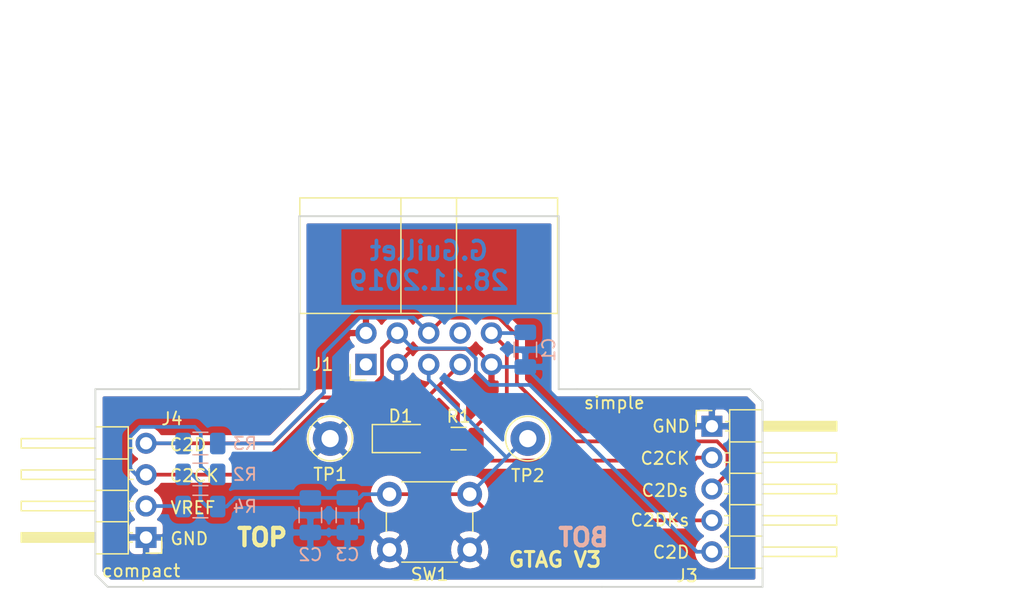
<source format=kicad_pcb>
(kicad_pcb (version 20171130) (host pcbnew "(5.1.4)-1")

  (general
    (thickness 1.6)
    (drawings 34)
    (tracks 88)
    (zones 0)
    (modules 14)
    (nets 11)
  )

  (page A4)
  (title_block
    (title GTAG)
    (date 2019-11-28)
    (rev V3)
    (company "Guillaume Guillet")
  )

  (layers
    (0 F.Cu signal)
    (31 B.Cu signal)
    (32 B.Adhes user)
    (33 F.Adhes user)
    (34 B.Paste user)
    (35 F.Paste user)
    (36 B.SilkS user)
    (37 F.SilkS user)
    (38 B.Mask user)
    (39 F.Mask user)
    (40 Dwgs.User user)
    (41 Cmts.User user)
    (42 Eco1.User user)
    (43 Eco2.User user)
    (44 Edge.Cuts user)
    (45 Margin user)
    (46 B.CrtYd user)
    (47 F.CrtYd user)
    (48 B.Fab user)
    (49 F.Fab user)
  )

  (setup
    (last_trace_width 0.3)
    (trace_clearance 0.225)
    (zone_clearance 0.508)
    (zone_45_only no)
    (trace_min 0.2)
    (via_size 1.6)
    (via_drill 1)
    (via_min_size 0.4)
    (via_min_drill 0.3)
    (uvia_size 0.3)
    (uvia_drill 0.1)
    (uvias_allowed no)
    (uvia_min_size 0.2)
    (uvia_min_drill 0.1)
    (edge_width 0.15)
    (segment_width 0.2)
    (pcb_text_width 0.3)
    (pcb_text_size 1.5 1.5)
    (mod_edge_width 0.15)
    (mod_text_size 1 1)
    (mod_text_width 0.15)
    (pad_size 1.524 1.524)
    (pad_drill 0.762)
    (pad_to_mask_clearance 0.2)
    (aux_axis_origin 125 72)
    (visible_elements 7FFFFFFF)
    (pcbplotparams
      (layerselection 0x01030_ffffffff)
      (usegerberextensions false)
      (usegerberattributes false)
      (usegerberadvancedattributes false)
      (creategerberjobfile false)
      (excludeedgelayer true)
      (linewidth 0.100000)
      (plotframeref false)
      (viasonmask false)
      (mode 1)
      (useauxorigin true)
      (hpglpennumber 1)
      (hpglpenspeed 20)
      (hpglpendiameter 15.000000)
      (psnegative false)
      (psa4output false)
      (plotreference true)
      (plotvalue true)
      (plotinvisibletext false)
      (padsonsilk false)
      (subtractmaskfromsilk false)
      (outputformat 1)
      (mirror false)
      (drillshape 0)
      (scaleselection 1)
      (outputdirectory "GTAG_Gerbert/"))
  )

  (net 0 "")
  (net 1 "Net-(D1-Pad2)")
  (net 2 GND)
  (net 3 +5V)
  (net 4 /C2CKs)
  (net 5 /C2D)
  (net 6 /C2Ds)
  (net 7 /C2CK)
  (net 8 "Net-(J1-Pad1)")
  (net 9 "Net-(J1-Pad8)")
  (net 10 +3V3)

  (net_class Default "Ceci est la Netclass par défaut"
    (clearance 0.225)
    (trace_width 0.3)
    (via_dia 1.6)
    (via_drill 1)
    (uvia_dia 0.3)
    (uvia_drill 0.1)
    (add_net +3V3)
    (add_net +5V)
    (add_net /C2CK)
    (add_net /C2CKs)
    (add_net /C2D)
    (add_net /C2Ds)
    (add_net GND)
    (add_net "Net-(D1-Pad2)")
    (add_net "Net-(J1-Pad1)")
    (add_net "Net-(J1-Pad8)")
  )

  (module Capacitor_SMD:C_1206_3216Metric (layer B.Cu) (tedit 5B301BBE) (tstamp 5DE0DF17)
    (at 159.8 82.8 270)
    (descr "Capacitor SMD 1206 (3216 Metric), square (rectangular) end terminal, IPC_7351 nominal, (Body size source: http://www.tortai-tech.com/upload/download/2011102023233369053.pdf), generated with kicad-footprint-generator")
    (tags capacitor)
    (path /59442612)
    (attr smd)
    (fp_text reference C1 (at 0 -1.9 270) (layer B.SilkS)
      (effects (font (size 1 1) (thickness 0.15)) (justify mirror))
    )
    (fp_text value 10nF (at 0 -1.82 270) (layer B.Fab)
      (effects (font (size 1 1) (thickness 0.15)) (justify mirror))
    )
    (fp_text user %R (at 0 0 270) (layer B.Fab)
      (effects (font (size 0.8 0.8) (thickness 0.12)) (justify mirror))
    )
    (fp_line (start 2.28 -1.12) (end -2.28 -1.12) (layer B.CrtYd) (width 0.05))
    (fp_line (start 2.28 1.12) (end 2.28 -1.12) (layer B.CrtYd) (width 0.05))
    (fp_line (start -2.28 1.12) (end 2.28 1.12) (layer B.CrtYd) (width 0.05))
    (fp_line (start -2.28 -1.12) (end -2.28 1.12) (layer B.CrtYd) (width 0.05))
    (fp_line (start -0.602064 -0.91) (end 0.602064 -0.91) (layer B.SilkS) (width 0.12))
    (fp_line (start -0.602064 0.91) (end 0.602064 0.91) (layer B.SilkS) (width 0.12))
    (fp_line (start 1.6 -0.8) (end -1.6 -0.8) (layer B.Fab) (width 0.1))
    (fp_line (start 1.6 0.8) (end 1.6 -0.8) (layer B.Fab) (width 0.1))
    (fp_line (start -1.6 0.8) (end 1.6 0.8) (layer B.Fab) (width 0.1))
    (fp_line (start -1.6 -0.8) (end -1.6 0.8) (layer B.Fab) (width 0.1))
    (pad 2 smd roundrect (at 1.4 0 270) (size 1.25 1.75) (layers B.Cu B.Paste B.Mask) (roundrect_rratio 0.2)
      (net 2 GND))
    (pad 1 smd roundrect (at -1.4 0 270) (size 1.25 1.75) (layers B.Cu B.Paste B.Mask) (roundrect_rratio 0.2)
      (net 3 +5V))
    (model ${KISYS3DMOD}/Capacitor_SMD.3dshapes/C_1206_3216Metric.wrl
      (at (xyz 0 0 0))
      (scale (xyz 1 1 1))
      (rotate (xyz 0 0 0))
    )
  )

  (module Capacitor_SMD:C_1206_3216Metric (layer B.Cu) (tedit 5B301BBE) (tstamp 5DE06A37)
    (at 142.4 96.2 270)
    (descr "Capacitor SMD 1206 (3216 Metric), square (rectangular) end terminal, IPC_7351 nominal, (Body size source: http://www.tortai-tech.com/upload/download/2011102023233369053.pdf), generated with kicad-footprint-generator")
    (tags capacitor)
    (path /5943D334)
    (attr smd)
    (fp_text reference C2 (at 3.2 0) (layer B.SilkS)
      (effects (font (size 1 1) (thickness 0.15)) (justify mirror))
    )
    (fp_text value 100nF (at 0 -1.82 270) (layer B.Fab)
      (effects (font (size 1 1) (thickness 0.15)) (justify mirror))
    )
    (fp_line (start -1.6 -0.8) (end -1.6 0.8) (layer B.Fab) (width 0.1))
    (fp_line (start -1.6 0.8) (end 1.6 0.8) (layer B.Fab) (width 0.1))
    (fp_line (start 1.6 0.8) (end 1.6 -0.8) (layer B.Fab) (width 0.1))
    (fp_line (start 1.6 -0.8) (end -1.6 -0.8) (layer B.Fab) (width 0.1))
    (fp_line (start -0.602064 0.91) (end 0.602064 0.91) (layer B.SilkS) (width 0.12))
    (fp_line (start -0.602064 -0.91) (end 0.602064 -0.91) (layer B.SilkS) (width 0.12))
    (fp_line (start -2.28 -1.12) (end -2.28 1.12) (layer B.CrtYd) (width 0.05))
    (fp_line (start -2.28 1.12) (end 2.28 1.12) (layer B.CrtYd) (width 0.05))
    (fp_line (start 2.28 1.12) (end 2.28 -1.12) (layer B.CrtYd) (width 0.05))
    (fp_line (start 2.28 -1.12) (end -2.28 -1.12) (layer B.CrtYd) (width 0.05))
    (fp_text user %R (at 0 0 270) (layer B.Fab)
      (effects (font (size 0.8 0.8) (thickness 0.12)) (justify mirror))
    )
    (pad 1 smd roundrect (at -1.4 0 270) (size 1.25 1.75) (layers B.Cu B.Paste B.Mask) (roundrect_rratio 0.2)
      (net 4 /C2CKs))
    (pad 2 smd roundrect (at 1.4 0 270) (size 1.25 1.75) (layers B.Cu B.Paste B.Mask) (roundrect_rratio 0.2)
      (net 2 GND))
    (model ${KISYS3DMOD}/Capacitor_SMD.3dshapes/C_1206_3216Metric.wrl
      (at (xyz 0 0 0))
      (scale (xyz 1 1 1))
      (rotate (xyz 0 0 0))
    )
  )

  (module Capacitor_SMD:C_1206_3216Metric (layer B.Cu) (tedit 5B301BBE) (tstamp 5DE06A48)
    (at 145.4 96.2 270)
    (descr "Capacitor SMD 1206 (3216 Metric), square (rectangular) end terminal, IPC_7351 nominal, (Body size source: http://www.tortai-tech.com/upload/download/2011102023233369053.pdf), generated with kicad-footprint-generator")
    (tags capacitor)
    (path /5DDFE5A4)
    (attr smd)
    (fp_text reference C3 (at 3.2 0) (layer B.SilkS)
      (effects (font (size 1 1) (thickness 0.15)) (justify mirror))
    )
    (fp_text value 1uF (at 0 -1.82 270) (layer B.Fab)
      (effects (font (size 1 1) (thickness 0.15)) (justify mirror))
    )
    (fp_line (start -1.6 -0.8) (end -1.6 0.8) (layer B.Fab) (width 0.1))
    (fp_line (start -1.6 0.8) (end 1.6 0.8) (layer B.Fab) (width 0.1))
    (fp_line (start 1.6 0.8) (end 1.6 -0.8) (layer B.Fab) (width 0.1))
    (fp_line (start 1.6 -0.8) (end -1.6 -0.8) (layer B.Fab) (width 0.1))
    (fp_line (start -0.602064 0.91) (end 0.602064 0.91) (layer B.SilkS) (width 0.12))
    (fp_line (start -0.602064 -0.91) (end 0.602064 -0.91) (layer B.SilkS) (width 0.12))
    (fp_line (start -2.28 -1.12) (end -2.28 1.12) (layer B.CrtYd) (width 0.05))
    (fp_line (start -2.28 1.12) (end 2.28 1.12) (layer B.CrtYd) (width 0.05))
    (fp_line (start 2.28 1.12) (end 2.28 -1.12) (layer B.CrtYd) (width 0.05))
    (fp_line (start 2.28 -1.12) (end -2.28 -1.12) (layer B.CrtYd) (width 0.05))
    (fp_text user %R (at 0 0 270) (layer B.Fab)
      (effects (font (size 0.8 0.8) (thickness 0.12)) (justify mirror))
    )
    (pad 1 smd roundrect (at -1.4 0 270) (size 1.25 1.75) (layers B.Cu B.Paste B.Mask) (roundrect_rratio 0.2)
      (net 4 /C2CKs))
    (pad 2 smd roundrect (at 1.4 0 270) (size 1.25 1.75) (layers B.Cu B.Paste B.Mask) (roundrect_rratio 0.2)
      (net 2 GND))
    (model ${KISYS3DMOD}/Capacitor_SMD.3dshapes/C_1206_3216Metric.wrl
      (at (xyz 0 0 0))
      (scale (xyz 1 1 1))
      (rotate (xyz 0 0 0))
    )
  )

  (module LED_SMD:LED_1206_3216Metric (layer F.Cu) (tedit 5B301BBE) (tstamp 5DE08056)
    (at 149.7 90)
    (descr "LED SMD 1206 (3216 Metric), square (rectangular) end terminal, IPC_7351 nominal, (Body size source: http://www.tortai-tech.com/upload/download/2011102023233369053.pdf), generated with kicad-footprint-generator")
    (tags diode)
    (path /58A4D76C)
    (attr smd)
    (fp_text reference D1 (at 0 -1.82) (layer F.SilkS)
      (effects (font (size 1 1) (thickness 0.15)))
    )
    (fp_text value LED_GREEN_2.2V (at 0 1.82) (layer F.Fab)
      (effects (font (size 1 1) (thickness 0.15)))
    )
    (fp_line (start 1.6 -0.8) (end -1.2 -0.8) (layer F.Fab) (width 0.1))
    (fp_line (start -1.2 -0.8) (end -1.6 -0.4) (layer F.Fab) (width 0.1))
    (fp_line (start -1.6 -0.4) (end -1.6 0.8) (layer F.Fab) (width 0.1))
    (fp_line (start -1.6 0.8) (end 1.6 0.8) (layer F.Fab) (width 0.1))
    (fp_line (start 1.6 0.8) (end 1.6 -0.8) (layer F.Fab) (width 0.1))
    (fp_line (start 1.6 -1.135) (end -2.285 -1.135) (layer F.SilkS) (width 0.12))
    (fp_line (start -2.285 -1.135) (end -2.285 1.135) (layer F.SilkS) (width 0.12))
    (fp_line (start -2.285 1.135) (end 1.6 1.135) (layer F.SilkS) (width 0.12))
    (fp_line (start -2.28 1.12) (end -2.28 -1.12) (layer F.CrtYd) (width 0.05))
    (fp_line (start -2.28 -1.12) (end 2.28 -1.12) (layer F.CrtYd) (width 0.05))
    (fp_line (start 2.28 -1.12) (end 2.28 1.12) (layer F.CrtYd) (width 0.05))
    (fp_line (start 2.28 1.12) (end -2.28 1.12) (layer F.CrtYd) (width 0.05))
    (fp_text user %R (at 0 0) (layer F.Fab)
      (effects (font (size 0.8 0.8) (thickness 0.12)))
    )
    (pad 1 smd roundrect (at -1.4 0) (size 1.25 1.75) (layers F.Cu F.Paste F.Mask) (roundrect_rratio 0.2)
      (net 2 GND))
    (pad 2 smd roundrect (at 1.4 0) (size 1.25 1.75) (layers F.Cu F.Paste F.Mask) (roundrect_rratio 0.2)
      (net 1 "Net-(D1-Pad2)"))
    (model ${KISYS3DMOD}/LED_SMD.3dshapes/LED_1206_3216Metric.wrl
      (at (xyz 0 0 0))
      (scale (xyz 1 1 1))
      (rotate (xyz 0 0 0))
    )
  )

  (module Connector_PinHeader_2.54mm:PinHeader_1x05_P2.54mm_Horizontal (layer F.Cu) (tedit 59FED5CB) (tstamp 5DE06AE2)
    (at 174.9 89)
    (descr "Through hole angled pin header, 1x05, 2.54mm pitch, 6mm pin length, single row")
    (tags "Through hole angled pin header THT 1x05 2.54mm single row")
    (path /5DE16080)
    (fp_text reference J3 (at -2 12.1) (layer F.SilkS)
      (effects (font (size 1 1) (thickness 0.15)))
    )
    (fp_text value Connector_simple (at 4.385 12.43) (layer F.Fab)
      (effects (font (size 1 1) (thickness 0.15)))
    )
    (fp_line (start 2.135 -1.27) (end 4.04 -1.27) (layer F.Fab) (width 0.1))
    (fp_line (start 4.04 -1.27) (end 4.04 11.43) (layer F.Fab) (width 0.1))
    (fp_line (start 4.04 11.43) (end 1.5 11.43) (layer F.Fab) (width 0.1))
    (fp_line (start 1.5 11.43) (end 1.5 -0.635) (layer F.Fab) (width 0.1))
    (fp_line (start 1.5 -0.635) (end 2.135 -1.27) (layer F.Fab) (width 0.1))
    (fp_line (start -0.32 -0.32) (end 1.5 -0.32) (layer F.Fab) (width 0.1))
    (fp_line (start -0.32 -0.32) (end -0.32 0.32) (layer F.Fab) (width 0.1))
    (fp_line (start -0.32 0.32) (end 1.5 0.32) (layer F.Fab) (width 0.1))
    (fp_line (start 4.04 -0.32) (end 10.04 -0.32) (layer F.Fab) (width 0.1))
    (fp_line (start 10.04 -0.32) (end 10.04 0.32) (layer F.Fab) (width 0.1))
    (fp_line (start 4.04 0.32) (end 10.04 0.32) (layer F.Fab) (width 0.1))
    (fp_line (start -0.32 2.22) (end 1.5 2.22) (layer F.Fab) (width 0.1))
    (fp_line (start -0.32 2.22) (end -0.32 2.86) (layer F.Fab) (width 0.1))
    (fp_line (start -0.32 2.86) (end 1.5 2.86) (layer F.Fab) (width 0.1))
    (fp_line (start 4.04 2.22) (end 10.04 2.22) (layer F.Fab) (width 0.1))
    (fp_line (start 10.04 2.22) (end 10.04 2.86) (layer F.Fab) (width 0.1))
    (fp_line (start 4.04 2.86) (end 10.04 2.86) (layer F.Fab) (width 0.1))
    (fp_line (start -0.32 4.76) (end 1.5 4.76) (layer F.Fab) (width 0.1))
    (fp_line (start -0.32 4.76) (end -0.32 5.4) (layer F.Fab) (width 0.1))
    (fp_line (start -0.32 5.4) (end 1.5 5.4) (layer F.Fab) (width 0.1))
    (fp_line (start 4.04 4.76) (end 10.04 4.76) (layer F.Fab) (width 0.1))
    (fp_line (start 10.04 4.76) (end 10.04 5.4) (layer F.Fab) (width 0.1))
    (fp_line (start 4.04 5.4) (end 10.04 5.4) (layer F.Fab) (width 0.1))
    (fp_line (start -0.32 7.3) (end 1.5 7.3) (layer F.Fab) (width 0.1))
    (fp_line (start -0.32 7.3) (end -0.32 7.94) (layer F.Fab) (width 0.1))
    (fp_line (start -0.32 7.94) (end 1.5 7.94) (layer F.Fab) (width 0.1))
    (fp_line (start 4.04 7.3) (end 10.04 7.3) (layer F.Fab) (width 0.1))
    (fp_line (start 10.04 7.3) (end 10.04 7.94) (layer F.Fab) (width 0.1))
    (fp_line (start 4.04 7.94) (end 10.04 7.94) (layer F.Fab) (width 0.1))
    (fp_line (start -0.32 9.84) (end 1.5 9.84) (layer F.Fab) (width 0.1))
    (fp_line (start -0.32 9.84) (end -0.32 10.48) (layer F.Fab) (width 0.1))
    (fp_line (start -0.32 10.48) (end 1.5 10.48) (layer F.Fab) (width 0.1))
    (fp_line (start 4.04 9.84) (end 10.04 9.84) (layer F.Fab) (width 0.1))
    (fp_line (start 10.04 9.84) (end 10.04 10.48) (layer F.Fab) (width 0.1))
    (fp_line (start 4.04 10.48) (end 10.04 10.48) (layer F.Fab) (width 0.1))
    (fp_line (start 1.44 -1.33) (end 1.44 11.49) (layer F.SilkS) (width 0.12))
    (fp_line (start 1.44 11.49) (end 4.1 11.49) (layer F.SilkS) (width 0.12))
    (fp_line (start 4.1 11.49) (end 4.1 -1.33) (layer F.SilkS) (width 0.12))
    (fp_line (start 4.1 -1.33) (end 1.44 -1.33) (layer F.SilkS) (width 0.12))
    (fp_line (start 4.1 -0.38) (end 10.1 -0.38) (layer F.SilkS) (width 0.12))
    (fp_line (start 10.1 -0.38) (end 10.1 0.38) (layer F.SilkS) (width 0.12))
    (fp_line (start 10.1 0.38) (end 4.1 0.38) (layer F.SilkS) (width 0.12))
    (fp_line (start 4.1 -0.32) (end 10.1 -0.32) (layer F.SilkS) (width 0.12))
    (fp_line (start 4.1 -0.2) (end 10.1 -0.2) (layer F.SilkS) (width 0.12))
    (fp_line (start 4.1 -0.08) (end 10.1 -0.08) (layer F.SilkS) (width 0.12))
    (fp_line (start 4.1 0.04) (end 10.1 0.04) (layer F.SilkS) (width 0.12))
    (fp_line (start 4.1 0.16) (end 10.1 0.16) (layer F.SilkS) (width 0.12))
    (fp_line (start 4.1 0.28) (end 10.1 0.28) (layer F.SilkS) (width 0.12))
    (fp_line (start 1.11 -0.38) (end 1.44 -0.38) (layer F.SilkS) (width 0.12))
    (fp_line (start 1.11 0.38) (end 1.44 0.38) (layer F.SilkS) (width 0.12))
    (fp_line (start 1.44 1.27) (end 4.1 1.27) (layer F.SilkS) (width 0.12))
    (fp_line (start 4.1 2.16) (end 10.1 2.16) (layer F.SilkS) (width 0.12))
    (fp_line (start 10.1 2.16) (end 10.1 2.92) (layer F.SilkS) (width 0.12))
    (fp_line (start 10.1 2.92) (end 4.1 2.92) (layer F.SilkS) (width 0.12))
    (fp_line (start 1.042929 2.16) (end 1.44 2.16) (layer F.SilkS) (width 0.12))
    (fp_line (start 1.042929 2.92) (end 1.44 2.92) (layer F.SilkS) (width 0.12))
    (fp_line (start 1.44 3.81) (end 4.1 3.81) (layer F.SilkS) (width 0.12))
    (fp_line (start 4.1 4.7) (end 10.1 4.7) (layer F.SilkS) (width 0.12))
    (fp_line (start 10.1 4.7) (end 10.1 5.46) (layer F.SilkS) (width 0.12))
    (fp_line (start 10.1 5.46) (end 4.1 5.46) (layer F.SilkS) (width 0.12))
    (fp_line (start 1.042929 4.7) (end 1.44 4.7) (layer F.SilkS) (width 0.12))
    (fp_line (start 1.042929 5.46) (end 1.44 5.46) (layer F.SilkS) (width 0.12))
    (fp_line (start 1.44 6.35) (end 4.1 6.35) (layer F.SilkS) (width 0.12))
    (fp_line (start 4.1 7.24) (end 10.1 7.24) (layer F.SilkS) (width 0.12))
    (fp_line (start 10.1 7.24) (end 10.1 8) (layer F.SilkS) (width 0.12))
    (fp_line (start 10.1 8) (end 4.1 8) (layer F.SilkS) (width 0.12))
    (fp_line (start 1.042929 7.24) (end 1.44 7.24) (layer F.SilkS) (width 0.12))
    (fp_line (start 1.042929 8) (end 1.44 8) (layer F.SilkS) (width 0.12))
    (fp_line (start 1.44 8.89) (end 4.1 8.89) (layer F.SilkS) (width 0.12))
    (fp_line (start 4.1 9.78) (end 10.1 9.78) (layer F.SilkS) (width 0.12))
    (fp_line (start 10.1 9.78) (end 10.1 10.54) (layer F.SilkS) (width 0.12))
    (fp_line (start 10.1 10.54) (end 4.1 10.54) (layer F.SilkS) (width 0.12))
    (fp_line (start 1.042929 9.78) (end 1.44 9.78) (layer F.SilkS) (width 0.12))
    (fp_line (start 1.042929 10.54) (end 1.44 10.54) (layer F.SilkS) (width 0.12))
    (fp_line (start -1.27 0) (end -1.27 -1.27) (layer F.SilkS) (width 0.12))
    (fp_line (start -1.27 -1.27) (end 0 -1.27) (layer F.SilkS) (width 0.12))
    (fp_line (start -1.8 -1.8) (end -1.8 11.95) (layer F.CrtYd) (width 0.05))
    (fp_line (start -1.8 11.95) (end 10.55 11.95) (layer F.CrtYd) (width 0.05))
    (fp_line (start 10.55 11.95) (end 10.55 -1.8) (layer F.CrtYd) (width 0.05))
    (fp_line (start 10.55 -1.8) (end -1.8 -1.8) (layer F.CrtYd) (width 0.05))
    (fp_text user %R (at 2.77 5.08 90) (layer F.Fab)
      (effects (font (size 1 1) (thickness 0.15)))
    )
    (pad 1 thru_hole rect (at 0 0) (size 1.7 1.7) (drill 1) (layers *.Cu *.Mask)
      (net 2 GND))
    (pad 2 thru_hole oval (at 0 2.54) (size 1.7 1.7) (drill 1) (layers *.Cu *.Mask)
      (net 7 /C2CK))
    (pad 3 thru_hole oval (at 0 5.08) (size 1.7 1.7) (drill 1) (layers *.Cu *.Mask)
      (net 6 /C2Ds))
    (pad 4 thru_hole oval (at 0 7.62) (size 1.7 1.7) (drill 1) (layers *.Cu *.Mask)
      (net 4 /C2CKs))
    (pad 5 thru_hole oval (at 0 10.16) (size 1.7 1.7) (drill 1) (layers *.Cu *.Mask)
      (net 5 /C2D))
    (model ${KISYS3DMOD}/Connector_PinHeader_2.54mm.3dshapes/PinHeader_1x05_P2.54mm_Horizontal.wrl
      (at (xyz 0 0 0))
      (scale (xyz 1 1 1))
      (rotate (xyz 0 0 0))
    )
  )

  (module Connector_PinHeader_2.54mm:PinHeader_1x04_P2.54mm_Horizontal (layer F.Cu) (tedit 59FED5CB) (tstamp 5DE072CB)
    (at 129.1 98 180)
    (descr "Through hole angled pin header, 1x04, 2.54mm pitch, 6mm pin length, single row")
    (tags "Through hole angled pin header THT 1x04 2.54mm single row")
    (path /5DE1E946)
    (fp_text reference J4 (at -2.1 9.6 180) (layer F.SilkS)
      (effects (font (size 1 1) (thickness 0.15)))
    )
    (fp_text value Connector_compact (at 4.385 9.89 180) (layer F.Fab)
      (effects (font (size 1 1) (thickness 0.15)))
    )
    (fp_line (start 2.135 -1.27) (end 4.04 -1.27) (layer F.Fab) (width 0.1))
    (fp_line (start 4.04 -1.27) (end 4.04 8.89) (layer F.Fab) (width 0.1))
    (fp_line (start 4.04 8.89) (end 1.5 8.89) (layer F.Fab) (width 0.1))
    (fp_line (start 1.5 8.89) (end 1.5 -0.635) (layer F.Fab) (width 0.1))
    (fp_line (start 1.5 -0.635) (end 2.135 -1.27) (layer F.Fab) (width 0.1))
    (fp_line (start -0.32 -0.32) (end 1.5 -0.32) (layer F.Fab) (width 0.1))
    (fp_line (start -0.32 -0.32) (end -0.32 0.32) (layer F.Fab) (width 0.1))
    (fp_line (start -0.32 0.32) (end 1.5 0.32) (layer F.Fab) (width 0.1))
    (fp_line (start 4.04 -0.32) (end 10.04 -0.32) (layer F.Fab) (width 0.1))
    (fp_line (start 10.04 -0.32) (end 10.04 0.32) (layer F.Fab) (width 0.1))
    (fp_line (start 4.04 0.32) (end 10.04 0.32) (layer F.Fab) (width 0.1))
    (fp_line (start -0.32 2.22) (end 1.5 2.22) (layer F.Fab) (width 0.1))
    (fp_line (start -0.32 2.22) (end -0.32 2.86) (layer F.Fab) (width 0.1))
    (fp_line (start -0.32 2.86) (end 1.5 2.86) (layer F.Fab) (width 0.1))
    (fp_line (start 4.04 2.22) (end 10.04 2.22) (layer F.Fab) (width 0.1))
    (fp_line (start 10.04 2.22) (end 10.04 2.86) (layer F.Fab) (width 0.1))
    (fp_line (start 4.04 2.86) (end 10.04 2.86) (layer F.Fab) (width 0.1))
    (fp_line (start -0.32 4.76) (end 1.5 4.76) (layer F.Fab) (width 0.1))
    (fp_line (start -0.32 4.76) (end -0.32 5.4) (layer F.Fab) (width 0.1))
    (fp_line (start -0.32 5.4) (end 1.5 5.4) (layer F.Fab) (width 0.1))
    (fp_line (start 4.04 4.76) (end 10.04 4.76) (layer F.Fab) (width 0.1))
    (fp_line (start 10.04 4.76) (end 10.04 5.4) (layer F.Fab) (width 0.1))
    (fp_line (start 4.04 5.4) (end 10.04 5.4) (layer F.Fab) (width 0.1))
    (fp_line (start -0.32 7.3) (end 1.5 7.3) (layer F.Fab) (width 0.1))
    (fp_line (start -0.32 7.3) (end -0.32 7.94) (layer F.Fab) (width 0.1))
    (fp_line (start -0.32 7.94) (end 1.5 7.94) (layer F.Fab) (width 0.1))
    (fp_line (start 4.04 7.3) (end 10.04 7.3) (layer F.Fab) (width 0.1))
    (fp_line (start 10.04 7.3) (end 10.04 7.94) (layer F.Fab) (width 0.1))
    (fp_line (start 4.04 7.94) (end 10.04 7.94) (layer F.Fab) (width 0.1))
    (fp_line (start 1.44 -1.33) (end 1.44 8.95) (layer F.SilkS) (width 0.12))
    (fp_line (start 1.44 8.95) (end 4.1 8.95) (layer F.SilkS) (width 0.12))
    (fp_line (start 4.1 8.95) (end 4.1 -1.33) (layer F.SilkS) (width 0.12))
    (fp_line (start 4.1 -1.33) (end 1.44 -1.33) (layer F.SilkS) (width 0.12))
    (fp_line (start 4.1 -0.38) (end 10.1 -0.38) (layer F.SilkS) (width 0.12))
    (fp_line (start 10.1 -0.38) (end 10.1 0.38) (layer F.SilkS) (width 0.12))
    (fp_line (start 10.1 0.38) (end 4.1 0.38) (layer F.SilkS) (width 0.12))
    (fp_line (start 4.1 -0.32) (end 10.1 -0.32) (layer F.SilkS) (width 0.12))
    (fp_line (start 4.1 -0.2) (end 10.1 -0.2) (layer F.SilkS) (width 0.12))
    (fp_line (start 4.1 -0.08) (end 10.1 -0.08) (layer F.SilkS) (width 0.12))
    (fp_line (start 4.1 0.04) (end 10.1 0.04) (layer F.SilkS) (width 0.12))
    (fp_line (start 4.1 0.16) (end 10.1 0.16) (layer F.SilkS) (width 0.12))
    (fp_line (start 4.1 0.28) (end 10.1 0.28) (layer F.SilkS) (width 0.12))
    (fp_line (start 1.11 -0.38) (end 1.44 -0.38) (layer F.SilkS) (width 0.12))
    (fp_line (start 1.11 0.38) (end 1.44 0.38) (layer F.SilkS) (width 0.12))
    (fp_line (start 1.44 1.27) (end 4.1 1.27) (layer F.SilkS) (width 0.12))
    (fp_line (start 4.1 2.16) (end 10.1 2.16) (layer F.SilkS) (width 0.12))
    (fp_line (start 10.1 2.16) (end 10.1 2.92) (layer F.SilkS) (width 0.12))
    (fp_line (start 10.1 2.92) (end 4.1 2.92) (layer F.SilkS) (width 0.12))
    (fp_line (start 1.042929 2.16) (end 1.44 2.16) (layer F.SilkS) (width 0.12))
    (fp_line (start 1.042929 2.92) (end 1.44 2.92) (layer F.SilkS) (width 0.12))
    (fp_line (start 1.44 3.81) (end 4.1 3.81) (layer F.SilkS) (width 0.12))
    (fp_line (start 4.1 4.7) (end 10.1 4.7) (layer F.SilkS) (width 0.12))
    (fp_line (start 10.1 4.7) (end 10.1 5.46) (layer F.SilkS) (width 0.12))
    (fp_line (start 10.1 5.46) (end 4.1 5.46) (layer F.SilkS) (width 0.12))
    (fp_line (start 1.042929 4.7) (end 1.44 4.7) (layer F.SilkS) (width 0.12))
    (fp_line (start 1.042929 5.46) (end 1.44 5.46) (layer F.SilkS) (width 0.12))
    (fp_line (start 1.44 6.35) (end 4.1 6.35) (layer F.SilkS) (width 0.12))
    (fp_line (start 4.1 7.24) (end 10.1 7.24) (layer F.SilkS) (width 0.12))
    (fp_line (start 10.1 7.24) (end 10.1 8) (layer F.SilkS) (width 0.12))
    (fp_line (start 10.1 8) (end 4.1 8) (layer F.SilkS) (width 0.12))
    (fp_line (start 1.042929 7.24) (end 1.44 7.24) (layer F.SilkS) (width 0.12))
    (fp_line (start 1.042929 8) (end 1.44 8) (layer F.SilkS) (width 0.12))
    (fp_line (start -1.27 0) (end -1.27 -1.27) (layer F.SilkS) (width 0.12))
    (fp_line (start -1.27 -1.27) (end 0 -1.27) (layer F.SilkS) (width 0.12))
    (fp_line (start -1.8 -1.8) (end -1.8 9.4) (layer F.CrtYd) (width 0.05))
    (fp_line (start -1.8 9.4) (end 10.55 9.4) (layer F.CrtYd) (width 0.05))
    (fp_line (start 10.55 9.4) (end 10.55 -1.8) (layer F.CrtYd) (width 0.05))
    (fp_line (start 10.55 -1.8) (end -1.8 -1.8) (layer F.CrtYd) (width 0.05))
    (fp_text user %R (at 2.77 3.81 270) (layer F.Fab)
      (effects (font (size 1 1) (thickness 0.15)))
    )
    (pad 1 thru_hole rect (at 0 0 180) (size 1.7 1.7) (drill 1) (layers *.Cu *.Mask)
      (net 2 GND))
    (pad 2 thru_hole oval (at 0 2.54 180) (size 1.7 1.7) (drill 1) (layers *.Cu *.Mask)
      (net 10 +3V3))
    (pad 3 thru_hole oval (at 0 5.08 180) (size 1.7 1.7) (drill 1) (layers *.Cu *.Mask)
      (net 7 /C2CK))
    (pad 4 thru_hole oval (at 0 7.62 180) (size 1.7 1.7) (drill 1) (layers *.Cu *.Mask)
      (net 5 /C2D))
    (model ${KISYS3DMOD}/Connector_PinHeader_2.54mm.3dshapes/PinHeader_1x04_P2.54mm_Horizontal.wrl
      (at (xyz 0 0 0))
      (scale (xyz 1 1 1))
      (rotate (xyz 0 0 0))
    )
  )

  (module Resistor_SMD:R_1206_3216Metric (layer F.Cu) (tedit 5B301BBD) (tstamp 5DE07FE0)
    (at 154.4 90 180)
    (descr "Resistor SMD 1206 (3216 Metric), square (rectangular) end terminal, IPC_7351 nominal, (Body size source: http://www.tortai-tech.com/upload/download/2011102023233369053.pdf), generated with kicad-footprint-generator")
    (tags resistor)
    (path /58A4D749)
    (attr smd)
    (fp_text reference R1 (at 0 1.8 180) (layer F.SilkS)
      (effects (font (size 1 1) (thickness 0.15)))
    )
    (fp_text value 330E (at 0 1.82 180) (layer F.Fab)
      (effects (font (size 1 1) (thickness 0.15)))
    )
    (fp_line (start -1.6 0.8) (end -1.6 -0.8) (layer F.Fab) (width 0.1))
    (fp_line (start -1.6 -0.8) (end 1.6 -0.8) (layer F.Fab) (width 0.1))
    (fp_line (start 1.6 -0.8) (end 1.6 0.8) (layer F.Fab) (width 0.1))
    (fp_line (start 1.6 0.8) (end -1.6 0.8) (layer F.Fab) (width 0.1))
    (fp_line (start -0.602064 -0.91) (end 0.602064 -0.91) (layer F.SilkS) (width 0.12))
    (fp_line (start -0.602064 0.91) (end 0.602064 0.91) (layer F.SilkS) (width 0.12))
    (fp_line (start -2.28 1.12) (end -2.28 -1.12) (layer F.CrtYd) (width 0.05))
    (fp_line (start -2.28 -1.12) (end 2.28 -1.12) (layer F.CrtYd) (width 0.05))
    (fp_line (start 2.28 -1.12) (end 2.28 1.12) (layer F.CrtYd) (width 0.05))
    (fp_line (start 2.28 1.12) (end -2.28 1.12) (layer F.CrtYd) (width 0.05))
    (fp_text user %R (at 0 0 180) (layer F.Fab)
      (effects (font (size 0.8 0.8) (thickness 0.12)))
    )
    (pad 1 smd roundrect (at -1.4 0 180) (size 1.25 1.75) (layers F.Cu F.Paste F.Mask) (roundrect_rratio 0.2)
      (net 3 +5V))
    (pad 2 smd roundrect (at 1.4 0 180) (size 1.25 1.75) (layers F.Cu F.Paste F.Mask) (roundrect_rratio 0.2)
      (net 1 "Net-(D1-Pad2)"))
    (model ${KISYS3DMOD}/Resistor_SMD.3dshapes/R_1206_3216Metric.wrl
      (at (xyz 0 0 0))
      (scale (xyz 1 1 1))
      (rotate (xyz 0 0 0))
    )
  )

  (module Resistor_SMD:R_1206_3216Metric (layer B.Cu) (tedit 5B301BBD) (tstamp 5DE06B51)
    (at 133.5 92.9)
    (descr "Resistor SMD 1206 (3216 Metric), square (rectangular) end terminal, IPC_7351 nominal, (Body size source: http://www.tortai-tech.com/upload/download/2011102023233369053.pdf), generated with kicad-footprint-generator")
    (tags resistor)
    (path /5DE2478E)
    (attr smd)
    (fp_text reference R2 (at 3.6 0) (layer B.SilkS)
      (effects (font (size 1 1) (thickness 0.15)) (justify mirror))
    )
    (fp_text value 1k (at 0 -1.82) (layer B.Fab)
      (effects (font (size 1 1) (thickness 0.15)) (justify mirror))
    )
    (fp_line (start -1.6 -0.8) (end -1.6 0.8) (layer B.Fab) (width 0.1))
    (fp_line (start -1.6 0.8) (end 1.6 0.8) (layer B.Fab) (width 0.1))
    (fp_line (start 1.6 0.8) (end 1.6 -0.8) (layer B.Fab) (width 0.1))
    (fp_line (start 1.6 -0.8) (end -1.6 -0.8) (layer B.Fab) (width 0.1))
    (fp_line (start -0.602064 0.91) (end 0.602064 0.91) (layer B.SilkS) (width 0.12))
    (fp_line (start -0.602064 -0.91) (end 0.602064 -0.91) (layer B.SilkS) (width 0.12))
    (fp_line (start -2.28 -1.12) (end -2.28 1.12) (layer B.CrtYd) (width 0.05))
    (fp_line (start -2.28 1.12) (end 2.28 1.12) (layer B.CrtYd) (width 0.05))
    (fp_line (start 2.28 1.12) (end 2.28 -1.12) (layer B.CrtYd) (width 0.05))
    (fp_line (start 2.28 -1.12) (end -2.28 -1.12) (layer B.CrtYd) (width 0.05))
    (fp_text user %R (at 0 0) (layer B.Fab)
      (effects (font (size 0.8 0.8) (thickness 0.12)) (justify mirror))
    )
    (pad 1 smd roundrect (at -1.4 0) (size 1.25 1.75) (layers B.Cu B.Paste B.Mask) (roundrect_rratio 0.2)
      (net 4 /C2CKs))
    (pad 2 smd roundrect (at 1.4 0) (size 1.25 1.75) (layers B.Cu B.Paste B.Mask) (roundrect_rratio 0.2)
      (net 7 /C2CK))
    (model ${KISYS3DMOD}/Resistor_SMD.3dshapes/R_1206_3216Metric.wrl
      (at (xyz 0 0 0))
      (scale (xyz 1 1 1))
      (rotate (xyz 0 0 0))
    )
  )

  (module Resistor_SMD:R_1206_3216Metric (layer B.Cu) (tedit 5B301BBD) (tstamp 5DE06B62)
    (at 133.5 90.4 180)
    (descr "Resistor SMD 1206 (3216 Metric), square (rectangular) end terminal, IPC_7351 nominal, (Body size source: http://www.tortai-tech.com/upload/download/2011102023233369053.pdf), generated with kicad-footprint-generator")
    (tags resistor)
    (path /5DE2B8DC)
    (attr smd)
    (fp_text reference R3 (at -3.6 0 180) (layer B.SilkS)
      (effects (font (size 1 1) (thickness 0.15)) (justify mirror))
    )
    (fp_text value 1k (at 0 -1.82 180) (layer B.Fab)
      (effects (font (size 1 1) (thickness 0.15)) (justify mirror))
    )
    (fp_text user %R (at 0 0 180) (layer B.Fab)
      (effects (font (size 0.8 0.8) (thickness 0.12)) (justify mirror))
    )
    (fp_line (start 2.28 -1.12) (end -2.28 -1.12) (layer B.CrtYd) (width 0.05))
    (fp_line (start 2.28 1.12) (end 2.28 -1.12) (layer B.CrtYd) (width 0.05))
    (fp_line (start -2.28 1.12) (end 2.28 1.12) (layer B.CrtYd) (width 0.05))
    (fp_line (start -2.28 -1.12) (end -2.28 1.12) (layer B.CrtYd) (width 0.05))
    (fp_line (start -0.602064 -0.91) (end 0.602064 -0.91) (layer B.SilkS) (width 0.12))
    (fp_line (start -0.602064 0.91) (end 0.602064 0.91) (layer B.SilkS) (width 0.12))
    (fp_line (start 1.6 -0.8) (end -1.6 -0.8) (layer B.Fab) (width 0.1))
    (fp_line (start 1.6 0.8) (end 1.6 -0.8) (layer B.Fab) (width 0.1))
    (fp_line (start -1.6 0.8) (end 1.6 0.8) (layer B.Fab) (width 0.1))
    (fp_line (start -1.6 -0.8) (end -1.6 0.8) (layer B.Fab) (width 0.1))
    (pad 2 smd roundrect (at 1.4 0 180) (size 1.25 1.75) (layers B.Cu B.Paste B.Mask) (roundrect_rratio 0.2)
      (net 5 /C2D))
    (pad 1 smd roundrect (at -1.4 0 180) (size 1.25 1.75) (layers B.Cu B.Paste B.Mask) (roundrect_rratio 0.2)
      (net 6 /C2Ds))
    (model ${KISYS3DMOD}/Resistor_SMD.3dshapes/R_1206_3216Metric.wrl
      (at (xyz 0 0 0))
      (scale (xyz 1 1 1))
      (rotate (xyz 0 0 0))
    )
  )

  (module Resistor_SMD:R_1206_3216Metric (layer B.Cu) (tedit 5B301BBD) (tstamp 5DE06B73)
    (at 133.5 95.5 180)
    (descr "Resistor SMD 1206 (3216 Metric), square (rectangular) end terminal, IPC_7351 nominal, (Body size source: http://www.tortai-tech.com/upload/download/2011102023233369053.pdf), generated with kicad-footprint-generator")
    (tags resistor)
    (path /5DE23497)
    (attr smd)
    (fp_text reference R4 (at -3.6 0 180) (layer B.SilkS)
      (effects (font (size 1 1) (thickness 0.15)) (justify mirror))
    )
    (fp_text value 10k (at 0 -1.82 180) (layer B.Fab)
      (effects (font (size 1 1) (thickness 0.15)) (justify mirror))
    )
    (fp_text user %R (at 0 0 180) (layer B.Fab)
      (effects (font (size 0.8 0.8) (thickness 0.12)) (justify mirror))
    )
    (fp_line (start 2.28 -1.12) (end -2.28 -1.12) (layer B.CrtYd) (width 0.05))
    (fp_line (start 2.28 1.12) (end 2.28 -1.12) (layer B.CrtYd) (width 0.05))
    (fp_line (start -2.28 1.12) (end 2.28 1.12) (layer B.CrtYd) (width 0.05))
    (fp_line (start -2.28 -1.12) (end -2.28 1.12) (layer B.CrtYd) (width 0.05))
    (fp_line (start -0.602064 -0.91) (end 0.602064 -0.91) (layer B.SilkS) (width 0.12))
    (fp_line (start -0.602064 0.91) (end 0.602064 0.91) (layer B.SilkS) (width 0.12))
    (fp_line (start 1.6 -0.8) (end -1.6 -0.8) (layer B.Fab) (width 0.1))
    (fp_line (start 1.6 0.8) (end 1.6 -0.8) (layer B.Fab) (width 0.1))
    (fp_line (start -1.6 0.8) (end 1.6 0.8) (layer B.Fab) (width 0.1))
    (fp_line (start -1.6 -0.8) (end -1.6 0.8) (layer B.Fab) (width 0.1))
    (pad 2 smd roundrect (at 1.4 0 180) (size 1.25 1.75) (layers B.Cu B.Paste B.Mask) (roundrect_rratio 0.2)
      (net 10 +3V3))
    (pad 1 smd roundrect (at -1.4 0 180) (size 1.25 1.75) (layers B.Cu B.Paste B.Mask) (roundrect_rratio 0.2)
      (net 4 /C2CKs))
    (model ${KISYS3DMOD}/Resistor_SMD.3dshapes/R_1206_3216Metric.wrl
      (at (xyz 0 0 0))
      (scale (xyz 1 1 1))
      (rotate (xyz 0 0 0))
    )
  )

  (module Button_Switch_THT:SW_PUSH_6mm (layer F.Cu) (tedit 5A02FE31) (tstamp 5DE06B92)
    (at 155.3 99 180)
    (descr https://www.omron.com/ecb/products/pdf/en-b3f.pdf)
    (tags "tact sw push 6mm")
    (path /5DE0C999)
    (fp_text reference SW1 (at 3.25 -2 180) (layer F.SilkS)
      (effects (font (size 1 1) (thickness 0.15)))
    )
    (fp_text value SW_Push (at 3.75 6.7 180) (layer F.Fab)
      (effects (font (size 1 1) (thickness 0.15)))
    )
    (fp_text user %R (at 3.25 2.25 180) (layer F.Fab)
      (effects (font (size 1 1) (thickness 0.15)))
    )
    (fp_line (start 3.25 -0.75) (end 6.25 -0.75) (layer F.Fab) (width 0.1))
    (fp_line (start 6.25 -0.75) (end 6.25 5.25) (layer F.Fab) (width 0.1))
    (fp_line (start 6.25 5.25) (end 0.25 5.25) (layer F.Fab) (width 0.1))
    (fp_line (start 0.25 5.25) (end 0.25 -0.75) (layer F.Fab) (width 0.1))
    (fp_line (start 0.25 -0.75) (end 3.25 -0.75) (layer F.Fab) (width 0.1))
    (fp_line (start 7.75 6) (end 8 6) (layer F.CrtYd) (width 0.05))
    (fp_line (start 8 6) (end 8 5.75) (layer F.CrtYd) (width 0.05))
    (fp_line (start 7.75 -1.5) (end 8 -1.5) (layer F.CrtYd) (width 0.05))
    (fp_line (start 8 -1.5) (end 8 -1.25) (layer F.CrtYd) (width 0.05))
    (fp_line (start -1.5 -1.25) (end -1.5 -1.5) (layer F.CrtYd) (width 0.05))
    (fp_line (start -1.5 -1.5) (end -1.25 -1.5) (layer F.CrtYd) (width 0.05))
    (fp_line (start -1.5 5.75) (end -1.5 6) (layer F.CrtYd) (width 0.05))
    (fp_line (start -1.5 6) (end -1.25 6) (layer F.CrtYd) (width 0.05))
    (fp_line (start -1.25 -1.5) (end 7.75 -1.5) (layer F.CrtYd) (width 0.05))
    (fp_line (start -1.5 5.75) (end -1.5 -1.25) (layer F.CrtYd) (width 0.05))
    (fp_line (start 7.75 6) (end -1.25 6) (layer F.CrtYd) (width 0.05))
    (fp_line (start 8 -1.25) (end 8 5.75) (layer F.CrtYd) (width 0.05))
    (fp_line (start 1 5.5) (end 5.5 5.5) (layer F.SilkS) (width 0.12))
    (fp_line (start -0.25 1.5) (end -0.25 3) (layer F.SilkS) (width 0.12))
    (fp_line (start 5.5 -1) (end 1 -1) (layer F.SilkS) (width 0.12))
    (fp_line (start 6.75 3) (end 6.75 1.5) (layer F.SilkS) (width 0.12))
    (fp_circle (center 3.25 2.25) (end 1.25 2.5) (layer F.Fab) (width 0.1))
    (pad 2 thru_hole circle (at 0 4.5 270) (size 2 2) (drill 1.1) (layers *.Cu *.Mask)
      (net 4 /C2CKs))
    (pad 1 thru_hole circle (at 0 0 270) (size 2 2) (drill 1.1) (layers *.Cu *.Mask)
      (net 2 GND))
    (pad 2 thru_hole circle (at 6.5 4.5 270) (size 2 2) (drill 1.1) (layers *.Cu *.Mask)
      (net 4 /C2CKs))
    (pad 1 thru_hole circle (at 6.5 0 270) (size 2 2) (drill 1.1) (layers *.Cu *.Mask)
      (net 2 GND))
    (model ${KISYS3DMOD}/Button_Switch_THT.3dshapes/SW_PUSH_6mm.wrl
      (at (xyz 0 0 0))
      (scale (xyz 1 1 1))
      (rotate (xyz 0 0 0))
    )
  )

  (module TestPoint:TestPoint_Loop_D3.50mm_Drill1.4mm_Beaded (layer F.Cu) (tedit 5A0F774F) (tstamp 5DE06B9F)
    (at 144 90)
    (descr "wire loop with bead as test point, loop diameter 3.5mm, hole diameter 1.4mm")
    (tags "test point wire loop bead")
    (path /5DE51D7F)
    (fp_text reference TP1 (at 0 2.9) (layer F.SilkS)
      (effects (font (size 1 1) (thickness 0.15)))
    )
    (fp_text value TestPointGND (at 0 -2.8) (layer F.Fab)
      (effects (font (size 1 1) (thickness 0.15)))
    )
    (fp_line (start -1.6 -0.3) (end -1.6 0.3) (layer F.Fab) (width 0.12))
    (fp_line (start -1.6 0.3) (end 1.6 0.3) (layer F.Fab) (width 0.12))
    (fp_line (start 1.6 0.3) (end 1.6 -0.3) (layer F.Fab) (width 0.12))
    (fp_line (start 1.6 -0.3) (end -1.6 -0.3) (layer F.Fab) (width 0.12))
    (fp_circle (center 0 0) (end 2.1 0) (layer F.CrtYd) (width 0.05))
    (fp_circle (center 0 0) (end 1.8 0) (layer F.SilkS) (width 0.12))
    (fp_circle (center 0 0) (end 1.5 0) (layer F.Fab) (width 0.12))
    (fp_text user %R (at 0.7 2.5) (layer F.Fab)
      (effects (font (size 1 1) (thickness 0.15)))
    )
    (pad 1 thru_hole circle (at 0 0) (size 2.8 2.8) (drill 1.4) (layers *.Cu *.Mask)
      (net 2 GND))
    (model ${KISYS3DMOD}/TestPoint.3dshapes/TestPoint_Loop_D3.50mm_Drill1.4mm_Beaded.wrl
      (at (xyz 0 0 0))
      (scale (xyz 1 1 1))
      (rotate (xyz 0 0 0))
    )
  )

  (module TestPoint:TestPoint_Loop_D3.50mm_Drill1.4mm_Beaded (layer F.Cu) (tedit 5A0F774F) (tstamp 5DE06BAC)
    (at 160 90)
    (descr "wire loop with bead as test point, loop diameter 3.5mm, hole diameter 1.4mm")
    (tags "test point wire loop bead")
    (path /5DE5227A)
    (fp_text reference TP2 (at 0 3) (layer F.SilkS)
      (effects (font (size 1 1) (thickness 0.15)))
    )
    (fp_text value TestPointButton (at 0 -2.8) (layer F.Fab)
      (effects (font (size 1 1) (thickness 0.15)))
    )
    (fp_text user %R (at 0.7 2.5) (layer F.Fab)
      (effects (font (size 1 1) (thickness 0.15)))
    )
    (fp_circle (center 0 0) (end 1.5 0) (layer F.Fab) (width 0.12))
    (fp_circle (center 0 0) (end 1.8 0) (layer F.SilkS) (width 0.12))
    (fp_circle (center 0 0) (end 2.1 0) (layer F.CrtYd) (width 0.05))
    (fp_line (start 1.6 -0.3) (end -1.6 -0.3) (layer F.Fab) (width 0.12))
    (fp_line (start 1.6 0.3) (end 1.6 -0.3) (layer F.Fab) (width 0.12))
    (fp_line (start -1.6 0.3) (end 1.6 0.3) (layer F.Fab) (width 0.12))
    (fp_line (start -1.6 -0.3) (end -1.6 0.3) (layer F.Fab) (width 0.12))
    (pad 1 thru_hole circle (at 0 0) (size 2.8 2.8) (drill 1.4) (layers *.Cu *.Mask)
      (net 4 /C2CKs))
    (model ${KISYS3DMOD}/TestPoint.3dshapes/TestPoint_Loop_D3.50mm_Drill1.4mm_Beaded.wrl
      (at (xyz 0 0 0))
      (scale (xyz 1 1 1))
      (rotate (xyz 0 0 0))
    )
  )

  (module Connector_IDC:IDC-Header_2x05_P2.54mm_Horizontal (layer F.Cu) (tedit 59DE1F47) (tstamp 5DE0D943)
    (at 146.9 84 90)
    (descr "Through hole angled IDC box header, 2x05, 2.54mm pitch, double rows")
    (tags "Through hole IDC box header THT 2x05 2.54mm double row")
    (path /5DE49AF0)
    (fp_text reference J1 (at 0 -3.5 180) (layer F.SilkS)
      (effects (font (size 1 1) (thickness 0.15)))
    )
    (fp_text value Connector_JTAG (at 6.105 16.51 90) (layer F.Fab)
      (effects (font (size 1 1) (thickness 0.15)))
    )
    (fp_text user %R (at 8.805 5.08) (layer F.Fab)
      (effects (font (size 1 1) (thickness 0.15)))
    )
    (fp_line (start -0.32 -0.32) (end -0.32 0.32) (layer F.Fab) (width 0.1))
    (fp_line (start -0.32 0.32) (end 4.38 0.32) (layer F.Fab) (width 0.1))
    (fp_line (start -0.32 10.48) (end 4.38 10.48) (layer F.Fab) (width 0.1))
    (fp_line (start -0.32 2.22) (end -0.32 2.86) (layer F.Fab) (width 0.1))
    (fp_line (start -0.32 2.86) (end 4.38 2.86) (layer F.Fab) (width 0.1))
    (fp_line (start -0.32 4.76) (end -0.32 5.4) (layer F.Fab) (width 0.1))
    (fp_line (start -0.32 5.4) (end 4.38 5.4) (layer F.Fab) (width 0.1))
    (fp_line (start -0.32 7.3) (end -0.32 7.94) (layer F.Fab) (width 0.1))
    (fp_line (start -0.32 7.94) (end 4.38 7.94) (layer F.Fab) (width 0.1))
    (fp_line (start -0.32 9.84) (end -0.32 10.48) (layer F.Fab) (width 0.1))
    (fp_line (start 13.23 15.26) (end 13.23 -5.1) (layer F.Fab) (width 0.1))
    (fp_line (start 4.38 -0.32) (end -0.32 -0.32) (layer F.Fab) (width 0.1))
    (fp_line (start 4.38 -4.1) (end 5.38 -5.1) (layer F.Fab) (width 0.1))
    (fp_line (start 4.38 15.26) (end 13.23 15.26) (layer F.Fab) (width 0.1))
    (fp_line (start 4.38 15.26) (end 4.38 -4.1) (layer F.Fab) (width 0.1))
    (fp_line (start 4.38 2.22) (end -0.32 2.22) (layer F.Fab) (width 0.1))
    (fp_line (start 4.38 2.83) (end 13.23 2.83) (layer F.Fab) (width 0.1))
    (fp_line (start 4.38 4.76) (end -0.32 4.76) (layer F.Fab) (width 0.1))
    (fp_line (start 4.38 7.3) (end -0.32 7.3) (layer F.Fab) (width 0.1))
    (fp_line (start 4.38 7.33) (end 13.23 7.33) (layer F.Fab) (width 0.1))
    (fp_line (start 4.38 9.84) (end -0.32 9.84) (layer F.Fab) (width 0.1))
    (fp_line (start 5.38 -5.1) (end 13.23 -5.1) (layer F.Fab) (width 0.1))
    (fp_line (start -1.27 -1.27) (end -1.27 0) (layer F.SilkS) (width 0.12))
    (fp_line (start 0 -1.27) (end -1.27 -1.27) (layer F.SilkS) (width 0.12))
    (fp_line (start 13.48 -5.35) (end 13.48 15.51) (layer F.SilkS) (width 0.12))
    (fp_line (start 4.13 -5.35) (end 13.48 -5.35) (layer F.SilkS) (width 0.12))
    (fp_line (start 4.13 15.51) (end 13.48 15.51) (layer F.SilkS) (width 0.12))
    (fp_line (start 4.13 15.51) (end 4.13 -5.35) (layer F.SilkS) (width 0.12))
    (fp_line (start 4.13 2.83) (end 13.48 2.83) (layer F.SilkS) (width 0.12))
    (fp_line (start 4.13 7.33) (end 13.48 7.33) (layer F.SilkS) (width 0.12))
    (fp_line (start -1.12 -5.35) (end 13.48 -5.35) (layer F.CrtYd) (width 0.05))
    (fp_line (start -1.12 15.51) (end -1.12 -5.35) (layer F.CrtYd) (width 0.05))
    (fp_line (start 13.48 -5.35) (end 13.48 15.51) (layer F.CrtYd) (width 0.05))
    (fp_line (start 13.48 15.51) (end -1.12 15.51) (layer F.CrtYd) (width 0.05))
    (pad 1 thru_hole rect (at 0 0 90) (size 1.7272 1.7272) (drill 1.016) (layers *.Cu *.Mask)
      (net 8 "Net-(J1-Pad1)"))
    (pad 2 thru_hole oval (at 2.54 0 90) (size 1.7272 1.7272) (drill 1.016) (layers *.Cu *.Mask)
      (net 2 GND))
    (pad 3 thru_hole oval (at 0 2.54 90) (size 1.7272 1.7272) (drill 1.016) (layers *.Cu *.Mask)
      (net 2 GND))
    (pad 4 thru_hole oval (at 2.54 2.54 90) (size 1.7272 1.7272) (drill 1.016) (layers *.Cu *.Mask)
      (net 5 /C2D))
    (pad 5 thru_hole oval (at 0 5.08 90) (size 1.7272 1.7272) (drill 1.016) (layers *.Cu *.Mask)
      (net 4 /C2CKs))
    (pad 6 thru_hole oval (at 2.54 5.08 90) (size 1.7272 1.7272) (drill 1.016) (layers *.Cu *.Mask)
      (net 6 /C2Ds))
    (pad 7 thru_hole oval (at 0 7.62 90) (size 1.7272 1.7272) (drill 1.016) (layers *.Cu *.Mask)
      (net 7 /C2CK))
    (pad 8 thru_hole oval (at 2.54 7.62 90) (size 1.7272 1.7272) (drill 1.016) (layers *.Cu *.Mask)
      (net 9 "Net-(J1-Pad8)"))
    (pad 9 thru_hole oval (at 0 10.16 90) (size 1.7272 1.7272) (drill 1.016) (layers *.Cu *.Mask)
      (net 2 GND))
    (pad 10 thru_hole oval (at 2.54 10.16 90) (size 1.7272 1.7272) (drill 1.016) (layers *.Cu *.Mask)
      (net 3 +5V))
    (model ${KISYS3DMOD}/Connector_IDC.3dshapes/IDC-Header_2x05_P2.54mm_Horizontal.wrl
      (at (xyz 0 0 0))
      (scale (xyz 1 1 1))
      (rotate (xyz 0 0 0))
    )
  )

  (gr_text "G.Guillet\n28.11.2019" (at 152 76) (layer B.Cu)
    (effects (font (size 1.5 1.5) (thickness 0.3)) (justify mirror))
  )
  (dimension 14 (width 0.15) (layer Eco2.User)
    (gr_text "14.000 mm" (at 198.8 79 90) (layer Eco2.User)
      (effects (font (size 1 1) (thickness 0.15)))
    )
    (feature1 (pts (xy 162.5 72) (xy 198.086421 72)))
    (feature2 (pts (xy 162.5 86) (xy 198.086421 86)))
    (crossbar (pts (xy 197.5 86) (xy 197.5 72)))
    (arrow1a (pts (xy 197.5 72) (xy 198.086421 73.126504)))
    (arrow1b (pts (xy 197.5 72) (xy 196.913579 73.126504)))
    (arrow2a (pts (xy 197.5 86) (xy 198.086421 84.873496)))
    (arrow2b (pts (xy 197.5 86) (xy 196.913579 84.873496)))
  )
  (gr_line (start 126 102) (end 166 102) (layer Edge.Cuts) (width 0.15) (tstamp 5DE0E236))
  (gr_line (start 125 101) (end 125 86) (layer Edge.Cuts) (width 0.15) (tstamp 5DE0E235))
  (gr_line (start 125 101) (end 126 102) (layer Edge.Cuts) (width 0.15))
  (gr_line (start 178 86) (end 164 86) (layer Edge.Cuts) (width 0.15) (tstamp 5DE0E231))
  (gr_line (start 179 87) (end 179 102) (layer Edge.Cuts) (width 0.15) (tstamp 5DE0E22D))
  (gr_line (start 178 86) (end 179 87) (layer Edge.Cuts) (width 0.15))
  (dimension 16.5 (width 0.15) (layer Eco2.User)
    (gr_text "16.500 mm" (at 170.75 61.2) (layer Eco2.User)
      (effects (font (size 1 1) (thickness 0.15)))
    )
    (feature1 (pts (xy 162.5 86) (xy 162.5 61.913579)))
    (feature2 (pts (xy 179 86) (xy 179 61.913579)))
    (crossbar (pts (xy 179 62.5) (xy 162.5 62.5)))
    (arrow1a (pts (xy 162.5 62.5) (xy 163.626504 61.913579)))
    (arrow1b (pts (xy 162.5 62.5) (xy 163.626504 63.086421)))
    (arrow2a (pts (xy 179 62.5) (xy 177.873496 61.913579)))
    (arrow2b (pts (xy 179 62.5) (xy 177.873496 63.086421)))
  )
  (dimension 21 (width 0.15) (layer Eco2.User)
    (gr_text "21.000 mm" (at 152 61.200001) (layer Eco2.User)
      (effects (font (size 1 1) (thickness 0.15)))
    )
    (feature1 (pts (xy 141.5 72) (xy 141.5 61.91358)))
    (feature2 (pts (xy 162.5 72) (xy 162.5 61.91358)))
    (crossbar (pts (xy 162.5 62.500001) (xy 141.5 62.500001)))
    (arrow1a (pts (xy 141.5 62.500001) (xy 142.626504 61.91358)))
    (arrow1b (pts (xy 141.5 62.500001) (xy 142.626504 63.086422)))
    (arrow2a (pts (xy 162.5 62.500001) (xy 161.373496 61.91358)))
    (arrow2b (pts (xy 162.5 62.500001) (xy 161.373496 63.086422)))
  )
  (gr_line (start 141.5 72) (end 141.5 86) (layer Edge.Cuts) (width 0.15) (tstamp 5DE0DD2E))
  (gr_line (start 162.5 72) (end 141.5 72) (layer Edge.Cuts) (width 0.15))
  (gr_line (start 162.5 73) (end 162.5 72) (layer Edge.Cuts) (width 0.15))
  (gr_line (start 140 86) (end 141.5 86) (layer Edge.Cuts) (width 0.15))
  (gr_line (start 162.5 86) (end 162.5 73) (layer Edge.Cuts) (width 0.15))
  (gr_line (start 164 86) (end 162.5 86) (layer Edge.Cuts) (width 0.15))
  (dimension 16 (width 0.15) (layer Eco2.User)
    (gr_text "16.000 mm" (at 198.8 94 90) (layer Eco2.User)
      (effects (font (size 1 1) (thickness 0.15)))
    )
    (feature1 (pts (xy 179 86) (xy 198.086421 86)))
    (feature2 (pts (xy 179 102) (xy 198.086421 102)))
    (crossbar (pts (xy 197.5 102) (xy 197.5 86)))
    (arrow1a (pts (xy 197.5 86) (xy 198.086421 87.126504)))
    (arrow1b (pts (xy 197.5 86) (xy 196.913579 87.126504)))
    (arrow2a (pts (xy 197.5 102) (xy 198.086421 100.873496)))
    (arrow2b (pts (xy 197.5 102) (xy 196.913579 100.873496)))
  )
  (dimension 54 (width 0.15) (layer Eco2.User)
    (gr_text "54.000 mm" (at 152 55.200001) (layer Eco2.User)
      (effects (font (size 1 1) (thickness 0.15)))
    )
    (feature1 (pts (xy 125 86) (xy 125 55.91358)))
    (feature2 (pts (xy 179 86) (xy 179 55.91358)))
    (crossbar (pts (xy 179 56.500001) (xy 125 56.500001)))
    (arrow1a (pts (xy 125 56.500001) (xy 126.126504 55.91358)))
    (arrow1b (pts (xy 125 56.500001) (xy 126.126504 57.086422)))
    (arrow2a (pts (xy 179 56.500001) (xy 177.873496 55.91358)))
    (arrow2b (pts (xy 179 56.500001) (xy 177.873496 57.086422)))
  )
  (gr_text simple (at 167 87.1) (layer F.SilkS)
    (effects (font (size 1 1) (thickness 0.15)))
  )
  (gr_text compact (at 128.7 100.7) (layer F.SilkS)
    (effects (font (size 1 1) (thickness 0.15)))
  )
  (gr_text C2D (at 132.5 90.5) (layer F.SilkS) (tstamp 5DE08C40)
    (effects (font (size 1 1) (thickness 0.15)))
  )
  (gr_text C2CK (at 133 93) (layer F.SilkS) (tstamp 5DE08C37)
    (effects (font (size 1 1) (thickness 0.15)))
  )
  (gr_text VREF (at 132.9 95.6) (layer F.SilkS) (tstamp 5DE08C30)
    (effects (font (size 1 1) (thickness 0.15)))
  )
  (gr_text GND (at 132.6 98.1) (layer F.SilkS) (tstamp 5DE08C2E)
    (effects (font (size 1 1) (thickness 0.15)))
  )
  (gr_text C2D (at 171.6 99.2) (layer F.SilkS) (tstamp 5DE08B90)
    (effects (font (size 1 1) (thickness 0.15)))
  )
  (gr_text C2DKs (at 170.7 96.6) (layer F.SilkS) (tstamp 5DE08B8A)
    (effects (font (size 1 1) (thickness 0.15)))
  )
  (gr_text C2Ds (at 171.1 94.2) (layer F.SilkS) (tstamp 5DE08B87)
    (effects (font (size 1 1) (thickness 0.15)))
  )
  (gr_text C2CK (at 171.1 91.6) (layer F.SilkS) (tstamp 5DE08B83)
    (effects (font (size 1 1) (thickness 0.15)))
  )
  (gr_text GND (at 171.6 89) (layer F.SilkS)
    (effects (font (size 1 1) (thickness 0.15)))
  )
  (gr_text "GTAG V3" (at 162.2 99.8) (layer F.SilkS)
    (effects (font (size 1.2 1.2) (thickness 0.25)))
  )
  (gr_text BOT (at 164.5 98) (layer B.SilkS)
    (effects (font (size 1.4 1.4) (thickness 0.35)) (justify mirror))
  )
  (gr_text TOP (at 138.5 98) (layer F.SilkS)
    (effects (font (size 1.4 1.4) (thickness 0.35)))
  )
  (gr_line (start 140 86) (end 125 86) (angle 90) (layer Edge.Cuts) (width 0.15))
  (gr_line (start 179 102) (end 166 102) (angle 90) (layer Edge.Cuts) (width 0.15))

  (segment (start 151.1 90) (end 153 90) (width 0.3) (layer F.Cu) (net 1) (status 30))
  (segment (start 174.9 89) (end 164.6 89) (width 0.3) (layer B.Cu) (net 2) (status 10))
  (segment (start 164.6 89) (end 159.8 84.2) (width 0.3) (layer B.Cu) (net 2) (status 20))
  (segment (start 149.44 84) (end 148.8206 84) (width 0.3) (layer B.Cu) (net 2) (status 30))
  (segment (start 150.6887 82.7513) (end 149.44 84) (width 0.3) (layer F.Cu) (net 2) (status 20))
  (segment (start 157.06 84) (end 155.8113 82.7513) (width 0.3) (layer F.Cu) (net 2) (status 10))
  (segment (start 155.8113 82.7513) (end 150.6887 82.7513) (width 0.3) (layer F.Cu) (net 2))
  (segment (start 157.26 84.2) (end 157.06 84) (width 0.3) (layer B.Cu) (net 2) (status 30))
  (segment (start 159.8 84.2) (end 157.26 84.2) (width 0.3) (layer B.Cu) (net 2) (status 30))
  (segment (start 157.06 81.46) (end 159.74 81.46) (width 0.3) (layer B.Cu) (net 3) (status 30))
  (segment (start 159.74 81.46) (end 159.8 81.4) (width 0.3) (layer B.Cu) (net 3) (status 30))
  (segment (start 158.2999 82.6999) (end 157.06 81.46) (width 0.3) (layer F.Cu) (net 3) (status 20))
  (segment (start 158.2999 86.5251) (end 158.2999 82.6999) (width 0.3) (layer F.Cu) (net 3))
  (segment (start 155.8 90) (end 155.8 89.025) (width 0.3) (layer F.Cu) (net 3) (status 10))
  (segment (start 155.8 89.025) (end 158.2999 86.5251) (width 0.3) (layer F.Cu) (net 3))
  (segment (start 155.3 94.5) (end 148.8 94.5) (width 0.3) (layer F.Cu) (net 4) (status 30))
  (segment (start 174.9 96.62) (end 157.42 96.62) (width 0.3) (layer F.Cu) (net 4) (status 10))
  (segment (start 157.42 96.62) (end 155.3 94.5) (width 0.3) (layer F.Cu) (net 4) (status 20))
  (segment (start 158.2706 91.5294) (end 155.3 94.5) (width 0.3) (layer B.Cu) (net 4) (status 20))
  (segment (start 160 90) (end 159.8 90) (width 0.3) (layer B.Cu) (net 4) (status 30))
  (segment (start 159.8 90) (end 158.2706 91.5294) (width 0.3) (layer B.Cu) (net 4) (status 10))
  (segment (start 151.98 85.2389) (end 158.2706 91.5294) (width 0.3) (layer B.Cu) (net 4))
  (segment (start 151.98 84) (end 151.98 85.2389) (width 0.3) (layer B.Cu) (net 4) (status 10))
  (segment (start 145.4 94.8) (end 142.4 94.8) (width 0.3) (layer B.Cu) (net 4) (status 30))
  (segment (start 134.03 95.5) (end 134.9 95.5) (width 0.3) (layer B.Cu) (net 4) (status 20))
  (segment (start 133.5 94.97) (end 134.03 95.5) (width 0.3) (layer B.Cu) (net 4))
  (segment (start 133.5 93.575) (end 133.5 94.97) (width 0.3) (layer B.Cu) (net 4))
  (segment (start 132.825 92.9) (end 133.5 93.575) (width 0.3) (layer B.Cu) (net 4))
  (segment (start 132.1 92.9) (end 132.825 92.9) (width 0.3) (layer B.Cu) (net 4) (status 10))
  (segment (start 136.325 94.8) (end 142.4 94.8) (width 0.3) (layer B.Cu) (net 4) (status 20))
  (segment (start 135.625 95.5) (end 136.325 94.8) (width 0.3) (layer B.Cu) (net 4))
  (segment (start 134.9 95.5) (end 135.625 95.5) (width 0.3) (layer B.Cu) (net 4) (status 10))
  (segment (start 146.675 94.5) (end 148.8 94.5) (width 0.3) (layer B.Cu) (net 4) (status 20))
  (segment (start 146.375 94.8) (end 146.675 94.5) (width 0.3) (layer B.Cu) (net 4))
  (segment (start 145.4 94.8) (end 146.375 94.8) (width 0.3) (layer B.Cu) (net 4) (status 10))
  (segment (start 129.1 90.38) (end 132.08 90.38) (width 0.3) (layer B.Cu) (net 5) (status 30))
  (segment (start 132.08 90.38) (end 132.1 90.4) (width 0.3) (layer B.Cu) (net 5) (status 30))
  (segment (start 150.6789 82.6989) (end 149.44 81.46) (width 0.3) (layer B.Cu) (net 5) (status 20))
  (segment (start 154.9767 82.6989) (end 150.6789 82.6989) (width 0.3) (layer B.Cu) (net 5))
  (segment (start 173.6747 99.16) (end 160.1703 85.6556) (width 0.3) (layer B.Cu) (net 5))
  (segment (start 174.9 99.16) (end 173.6747 99.16) (width 0.3) (layer B.Cu) (net 5) (status 10))
  (segment (start 156.9189 85.6556) (end 155.79 84.5267) (width 0.3) (layer B.Cu) (net 5))
  (segment (start 160.1703 85.6556) (end 156.9189 85.6556) (width 0.3) (layer B.Cu) (net 5))
  (segment (start 155.79 84.5267) (end 155.79 83.5122) (width 0.3) (layer B.Cu) (net 5))
  (segment (start 155.79 83.5122) (end 154.9767 82.6989) (width 0.3) (layer B.Cu) (net 5))
  (segment (start 139.427524 90.38) (end 129.1 90.38) (width 0.3) (layer F.Cu) (net 5) (status 20))
  (segment (start 143.139874 86.66765) (end 139.427524 90.38) (width 0.3) (layer F.Cu) (net 5))
  (segment (start 146.50545 86.66765) (end 143.139874 86.66765) (width 0.3) (layer F.Cu) (net 5))
  (segment (start 148.2011 84.972) (end 146.50545 86.66765) (width 0.3) (layer F.Cu) (net 5))
  (segment (start 148.2011 82.6989) (end 148.2011 84.972) (width 0.3) (layer F.Cu) (net 5))
  (segment (start 149.44 81.46) (end 148.2011 82.6989) (width 0.3) (layer F.Cu) (net 5) (status 10))
  (segment (start 150.7319 80.2119) (end 151.98 81.46) (width 0.3) (layer B.Cu) (net 6) (status 20))
  (segment (start 146.3911 80.2119) (end 150.7319 80.2119) (width 0.3) (layer B.Cu) (net 6))
  (segment (start 143.5015 83.1015) (end 146.3911 80.2119) (width 0.3) (layer B.Cu) (net 6))
  (segment (start 143.5015 86.2785) (end 143.5015 83.1015) (width 0.3) (layer B.Cu) (net 6))
  (segment (start 139.38 90.4) (end 143.5015 86.2785) (width 0.3) (layer B.Cu) (net 6))
  (segment (start 134.9 90.4) (end 139.38 90.4) (width 0.3) (layer B.Cu) (net 6) (status 10))
  (segment (start 153.222 80.218) (end 151.98 81.46) (width 0.3) (layer F.Cu) (net 6) (status 20))
  (segment (start 159.11455 81.67545) (end 157.6571 80.218) (width 0.3) (layer F.Cu) (net 6))
  (segment (start 174.9 94.08) (end 176.1586 92.8214) (width 0.3) (layer F.Cu) (net 6) (status 10))
  (segment (start 176.1586 92.8214) (end 176.1586 91.0657) (width 0.3) (layer F.Cu) (net 6))
  (segment (start 157.6571 80.218) (end 153.222 80.218) (width 0.3) (layer F.Cu) (net 6))
  (segment (start 176.1586 91.0657) (end 175.3183 90.2254) (width 0.3) (layer F.Cu) (net 6))
  (segment (start 175.3183 90.2254) (end 163.8254 90.2254) (width 0.3) (layer F.Cu) (net 6))
  (segment (start 163.8254 90.2254) (end 159.11455 85.51455) (width 0.3) (layer F.Cu) (net 6))
  (segment (start 159.11455 85.51455) (end 159.11455 81.67545) (width 0.3) (layer F.Cu) (net 6))
  (segment (start 127.8329 92.4429) (end 128.31 92.92) (width 0.3) (layer B.Cu) (net 7) (status 20))
  (segment (start 127.8329 89.8321) (end 127.8329 92.4429) (width 0.3) (layer B.Cu) (net 7))
  (segment (start 134.175 92.9) (end 133.53 92.255) (width 0.3) (layer B.Cu) (net 7))
  (segment (start 133.53 89.55) (end 133.0324 89.0524) (width 0.3) (layer B.Cu) (net 7))
  (segment (start 128.31 92.92) (end 129.1 92.92) (width 0.3) (layer B.Cu) (net 7) (status 30))
  (segment (start 133.0324 89.0524) (end 128.6126 89.0524) (width 0.3) (layer B.Cu) (net 7))
  (segment (start 134.9 92.9) (end 134.175 92.9) (width 0.3) (layer B.Cu) (net 7) (status 10))
  (segment (start 133.53 92.255) (end 133.53 89.55) (width 0.3) (layer B.Cu) (net 7))
  (segment (start 128.6126 89.0524) (end 127.8329 89.8321) (width 0.3) (layer B.Cu) (net 7))
  (segment (start 154.3505 87.2505) (end 152.81 85.71) (width 0.3) (layer F.Cu) (net 7))
  (segment (start 154.3505 90.8505) (end 154.3505 87.2505) (width 0.3) (layer F.Cu) (net 7))
  (segment (start 152.81 85.71) (end 154.52 84) (width 0.3) (layer F.Cu) (net 7) (status 20))
  (segment (start 174.9 91.54) (end 173.6747 91.54) (width 0.3) (layer F.Cu) (net 7) (status 10))
  (segment (start 173.6747 91.54) (end 173.4301 91.7846) (width 0.3) (layer F.Cu) (net 7))
  (segment (start 173.4301 91.7846) (end 155.2846 91.7846) (width 0.3) (layer F.Cu) (net 7))
  (segment (start 155.2846 91.7846) (end 154.3505 90.8505) (width 0.3) (layer F.Cu) (net 7))
  (segment (start 137.63 92.92) (end 129.1 92.92) (width 0.3) (layer F.Cu) (net 7) (status 20))
  (segment (start 143.28735 87.26265) (end 137.63 92.92) (width 0.3) (layer F.Cu) (net 7))
  (segment (start 152.81 85.71) (end 151.25735 87.26265) (width 0.3) (layer F.Cu) (net 7))
  (segment (start 151.25735 87.26265) (end 143.28735 87.26265) (width 0.3) (layer F.Cu) (net 7))
  (segment (start 129.1 95.46) (end 132.06 95.46) (width 0.3) (layer B.Cu) (net 10) (status 30))
  (segment (start 132.06 95.46) (end 132.1 95.5) (width 0.3) (layer B.Cu) (net 10) (status 30))

  (zone (net 2) (net_name GND) (layer F.Cu) (tstamp 0) (hatch edge 0.508)
    (connect_pads (clearance 0.508))
    (min_thickness 0.254)
    (fill yes (arc_segments 32) (thermal_gap 0.508) (thermal_bridge_width 0.508))
    (polygon
      (pts
        (xy 141.5 72) (xy 162.5 72) (xy 162.5 86) (xy 178 86) (xy 179 87)
        (xy 179 102) (xy 126 102) (xy 125 101) (xy 125 86) (xy 141.5 86)
      )
    )
    (filled_polygon
      (pts
        (xy 161.79 73.034876) (xy 161.790001 73.034886) (xy 161.79 85.965123) (xy 161.786565 86) (xy 161.800273 86.139184)
        (xy 161.840872 86.27302) (xy 161.9068 86.396363) (xy 161.995525 86.504475) (xy 162.067644 86.563661) (xy 162.103637 86.5932)
        (xy 162.22698 86.659128) (xy 162.360816 86.699727) (xy 162.5 86.713435) (xy 162.534877 86.71) (xy 177.705909 86.71)
        (xy 178.29 87.294091) (xy 178.290001 101.29) (xy 126.294091 101.29) (xy 125.71 100.705909) (xy 125.71 100.135413)
        (xy 147.844192 100.135413) (xy 147.939956 100.399814) (xy 148.229571 100.540704) (xy 148.541108 100.622384) (xy 148.862595 100.641718)
        (xy 149.181675 100.597961) (xy 149.486088 100.492795) (xy 149.660044 100.399814) (xy 149.755808 100.135413) (xy 154.344192 100.135413)
        (xy 154.439956 100.399814) (xy 154.729571 100.540704) (xy 155.041108 100.622384) (xy 155.362595 100.641718) (xy 155.681675 100.597961)
        (xy 155.986088 100.492795) (xy 156.160044 100.399814) (xy 156.255808 100.135413) (xy 155.3 99.179605) (xy 154.344192 100.135413)
        (xy 149.755808 100.135413) (xy 148.8 99.179605) (xy 147.844192 100.135413) (xy 125.71 100.135413) (xy 125.71 98.85)
        (xy 127.611928 98.85) (xy 127.624188 98.974482) (xy 127.660498 99.09418) (xy 127.719463 99.204494) (xy 127.798815 99.301185)
        (xy 127.895506 99.380537) (xy 128.00582 99.439502) (xy 128.125518 99.475812) (xy 128.25 99.488072) (xy 128.81425 99.485)
        (xy 128.973 99.32625) (xy 128.973 98.127) (xy 129.227 98.127) (xy 129.227 99.32625) (xy 129.38575 99.485)
        (xy 129.95 99.488072) (xy 130.074482 99.475812) (xy 130.19418 99.439502) (xy 130.304494 99.380537) (xy 130.401185 99.301185)
        (xy 130.480537 99.204494) (xy 130.539502 99.09418) (xy 130.549083 99.062595) (xy 147.158282 99.062595) (xy 147.202039 99.381675)
        (xy 147.307205 99.686088) (xy 147.400186 99.860044) (xy 147.664587 99.955808) (xy 148.620395 99) (xy 148.979605 99)
        (xy 149.935413 99.955808) (xy 150.199814 99.860044) (xy 150.340704 99.570429) (xy 150.422384 99.258892) (xy 150.434189 99.062595)
        (xy 153.658282 99.062595) (xy 153.702039 99.381675) (xy 153.807205 99.686088) (xy 153.900186 99.860044) (xy 154.164587 99.955808)
        (xy 155.120395 99) (xy 155.479605 99) (xy 156.435413 99.955808) (xy 156.699814 99.860044) (xy 156.840704 99.570429)
        (xy 156.922384 99.258892) (xy 156.941718 98.937405) (xy 156.897961 98.618325) (xy 156.792795 98.313912) (xy 156.699814 98.139956)
        (xy 156.435413 98.044192) (xy 155.479605 99) (xy 155.120395 99) (xy 154.164587 98.044192) (xy 153.900186 98.139956)
        (xy 153.759296 98.429571) (xy 153.677616 98.741108) (xy 153.658282 99.062595) (xy 150.434189 99.062595) (xy 150.441718 98.937405)
        (xy 150.397961 98.618325) (xy 150.292795 98.313912) (xy 150.199814 98.139956) (xy 149.935413 98.044192) (xy 148.979605 99)
        (xy 148.620395 99) (xy 147.664587 98.044192) (xy 147.400186 98.139956) (xy 147.259296 98.429571) (xy 147.177616 98.741108)
        (xy 147.158282 99.062595) (xy 130.549083 99.062595) (xy 130.575812 98.974482) (xy 130.588072 98.85) (xy 130.585 98.28575)
        (xy 130.42625 98.127) (xy 129.227 98.127) (xy 128.973 98.127) (xy 127.77375 98.127) (xy 127.615 98.28575)
        (xy 127.611928 98.85) (xy 125.71 98.85) (xy 125.71 90.38) (xy 127.607815 90.38) (xy 127.636487 90.671111)
        (xy 127.721401 90.951034) (xy 127.859294 91.209014) (xy 128.044866 91.435134) (xy 128.270986 91.620706) (xy 128.325791 91.65)
        (xy 128.270986 91.679294) (xy 128.044866 91.864866) (xy 127.859294 92.090986) (xy 127.721401 92.348966) (xy 127.636487 92.628889)
        (xy 127.607815 92.92) (xy 127.636487 93.211111) (xy 127.721401 93.491034) (xy 127.859294 93.749014) (xy 128.044866 93.975134)
        (xy 128.270986 94.160706) (xy 128.325791 94.19) (xy 128.270986 94.219294) (xy 128.044866 94.404866) (xy 127.859294 94.630986)
        (xy 127.721401 94.888966) (xy 127.636487 95.168889) (xy 127.607815 95.46) (xy 127.636487 95.751111) (xy 127.721401 96.031034)
        (xy 127.859294 96.289014) (xy 128.044866 96.515134) (xy 128.074687 96.539607) (xy 128.00582 96.560498) (xy 127.895506 96.619463)
        (xy 127.798815 96.698815) (xy 127.719463 96.795506) (xy 127.660498 96.90582) (xy 127.624188 97.025518) (xy 127.611928 97.15)
        (xy 127.615 97.71425) (xy 127.77375 97.873) (xy 128.973 97.873) (xy 128.973 97.853) (xy 129.227 97.853)
        (xy 129.227 97.873) (xy 130.42625 97.873) (xy 130.434663 97.864587) (xy 147.844192 97.864587) (xy 148.8 98.820395)
        (xy 149.755808 97.864587) (xy 154.344192 97.864587) (xy 155.3 98.820395) (xy 156.255808 97.864587) (xy 156.160044 97.600186)
        (xy 155.870429 97.459296) (xy 155.558892 97.377616) (xy 155.237405 97.358282) (xy 154.918325 97.402039) (xy 154.613912 97.507205)
        (xy 154.439956 97.600186) (xy 154.344192 97.864587) (xy 149.755808 97.864587) (xy 149.660044 97.600186) (xy 149.370429 97.459296)
        (xy 149.058892 97.377616) (xy 148.737405 97.358282) (xy 148.418325 97.402039) (xy 148.113912 97.507205) (xy 147.939956 97.600186)
        (xy 147.844192 97.864587) (xy 130.434663 97.864587) (xy 130.585 97.71425) (xy 130.588072 97.15) (xy 130.575812 97.025518)
        (xy 130.539502 96.90582) (xy 130.480537 96.795506) (xy 130.401185 96.698815) (xy 130.304494 96.619463) (xy 130.19418 96.560498)
        (xy 130.125313 96.539607) (xy 130.155134 96.515134) (xy 130.340706 96.289014) (xy 130.478599 96.031034) (xy 130.563513 95.751111)
        (xy 130.592185 95.46) (xy 130.563513 95.168889) (xy 130.478599 94.888966) (xy 130.340706 94.630986) (xy 130.155134 94.404866)
        (xy 129.929014 94.219294) (xy 129.874209 94.19) (xy 129.929014 94.160706) (xy 130.155134 93.975134) (xy 130.340706 93.749014)
        (xy 130.364232 93.705) (xy 137.591447 93.705) (xy 137.63 93.708797) (xy 137.668553 93.705) (xy 137.668561 93.705)
        (xy 137.783887 93.693641) (xy 137.93186 93.648754) (xy 138.068233 93.575862) (xy 138.187764 93.477764) (xy 138.212347 93.44781)
        (xy 140.23971 91.420447) (xy 142.759158 91.420447) (xy 142.903135 91.72577) (xy 143.260892 91.906597) (xy 143.647053 92.014155)
        (xy 144.046777 92.04431) (xy 144.444704 91.995904) (xy 144.82554 91.870795) (xy 145.096865 91.72577) (xy 145.240842 91.420447)
        (xy 144 90.179605) (xy 142.759158 91.420447) (xy 140.23971 91.420447) (xy 141.983621 89.676537) (xy 141.95569 90.046777)
        (xy 142.004096 90.444704) (xy 142.129205 90.82554) (xy 142.27423 91.096865) (xy 142.579553 91.240842) (xy 143.820395 90)
        (xy 144.179605 90) (xy 145.420447 91.240842) (xy 145.72577 91.096865) (xy 145.83791 90.875) (xy 147.036928 90.875)
        (xy 147.049188 90.999482) (xy 147.085498 91.11918) (xy 147.144463 91.229494) (xy 147.223815 91.326185) (xy 147.320506 91.405537)
        (xy 147.43082 91.464502) (xy 147.550518 91.500812) (xy 147.675 91.513072) (xy 148.01425 91.51) (xy 148.173 91.35125)
        (xy 148.173 90.127) (xy 148.427 90.127) (xy 148.427 91.35125) (xy 148.58575 91.51) (xy 148.925 91.513072)
        (xy 149.049482 91.500812) (xy 149.16918 91.464502) (xy 149.279494 91.405537) (xy 149.376185 91.326185) (xy 149.455537 91.229494)
        (xy 149.514502 91.11918) (xy 149.550812 90.999482) (xy 149.563072 90.875) (xy 149.56 90.28575) (xy 149.40125 90.127)
        (xy 148.427 90.127) (xy 148.173 90.127) (xy 147.19875 90.127) (xy 147.04 90.28575) (xy 147.036928 90.875)
        (xy 145.83791 90.875) (xy 145.906597 90.739108) (xy 146.014155 90.352947) (xy 146.04431 89.953223) (xy 145.995904 89.555296)
        (xy 145.870795 89.17446) (xy 145.844359 89.125) (xy 147.036928 89.125) (xy 147.04 89.71425) (xy 147.19875 89.873)
        (xy 148.173 89.873) (xy 148.173 88.64875) (xy 148.427 88.64875) (xy 148.427 89.873) (xy 149.40125 89.873)
        (xy 149.56 89.71425) (xy 149.563072 89.125) (xy 149.550812 89.000518) (xy 149.514502 88.88082) (xy 149.455537 88.770506)
        (xy 149.376185 88.673815) (xy 149.279494 88.594463) (xy 149.16918 88.535498) (xy 149.049482 88.499188) (xy 148.925 88.486928)
        (xy 148.58575 88.49) (xy 148.427 88.64875) (xy 148.173 88.64875) (xy 148.01425 88.49) (xy 147.675 88.486928)
        (xy 147.550518 88.499188) (xy 147.43082 88.535498) (xy 147.320506 88.594463) (xy 147.223815 88.673815) (xy 147.144463 88.770506)
        (xy 147.085498 88.88082) (xy 147.049188 89.000518) (xy 147.036928 89.125) (xy 145.844359 89.125) (xy 145.72577 88.903135)
        (xy 145.420447 88.759158) (xy 144.179605 90) (xy 143.820395 90) (xy 143.806253 89.985858) (xy 143.985858 89.806253)
        (xy 144 89.820395) (xy 145.240842 88.579553) (xy 145.096865 88.27423) (xy 144.739108 88.093403) (xy 144.574843 88.04765)
        (xy 151.218797 88.04765) (xy 151.25735 88.051447) (xy 151.295903 88.04765) (xy 151.295911 88.04765) (xy 151.411237 88.036291)
        (xy 151.55921 87.991404) (xy 151.695583 87.918512) (xy 151.815114 87.820414) (xy 151.839697 87.79046) (xy 152.81 86.820157)
        (xy 153.565501 87.575659) (xy 153.565501 88.509224) (xy 153.548254 88.503992) (xy 153.375 88.486928) (xy 152.625 88.486928)
        (xy 152.451746 88.503992) (xy 152.28515 88.554528) (xy 152.131614 88.636595) (xy 152.05 88.703573) (xy 151.968386 88.636595)
        (xy 151.81485 88.554528) (xy 151.648254 88.503992) (xy 151.475 88.486928) (xy 150.725 88.486928) (xy 150.551746 88.503992)
        (xy 150.38515 88.554528) (xy 150.231614 88.636595) (xy 150.097038 88.747038) (xy 149.986595 88.881614) (xy 149.904528 89.03515)
        (xy 149.853992 89.201746) (xy 149.836928 89.375) (xy 149.836928 90.625) (xy 149.853992 90.798254) (xy 149.904528 90.96485)
        (xy 149.986595 91.118386) (xy 150.097038 91.252962) (xy 150.231614 91.363405) (xy 150.38515 91.445472) (xy 150.551746 91.496008)
        (xy 150.725 91.513072) (xy 151.475 91.513072) (xy 151.648254 91.496008) (xy 151.81485 91.445472) (xy 151.968386 91.363405)
        (xy 152.05 91.296427) (xy 152.131614 91.363405) (xy 152.28515 91.445472) (xy 152.451746 91.496008) (xy 152.625 91.513072)
        (xy 153.375 91.513072) (xy 153.548254 91.496008) (xy 153.71485 91.445472) (xy 153.790213 91.40519) (xy 153.792736 91.408264)
        (xy 153.82269 91.432847) (xy 154.702253 92.31241) (xy 154.726836 92.342364) (xy 154.846367 92.440462) (xy 154.98274 92.513354)
        (xy 155.130713 92.558242) (xy 155.205626 92.56562) (xy 155.246039 92.5696) (xy 155.246044 92.5696) (xy 155.2846 92.573397)
        (xy 155.323156 92.5696) (xy 173.391547 92.5696) (xy 173.4301 92.573397) (xy 173.468653 92.5696) (xy 173.468661 92.5696)
        (xy 173.583987 92.558241) (xy 173.73196 92.513354) (xy 173.763789 92.496341) (xy 173.844866 92.595134) (xy 174.070986 92.780706)
        (xy 174.125791 92.81) (xy 174.070986 92.839294) (xy 173.844866 93.024866) (xy 173.659294 93.250986) (xy 173.521401 93.508966)
        (xy 173.436487 93.788889) (xy 173.407815 94.08) (xy 173.436487 94.371111) (xy 173.521401 94.651034) (xy 173.659294 94.909014)
        (xy 173.844866 95.135134) (xy 174.070986 95.320706) (xy 174.125791 95.35) (xy 174.070986 95.379294) (xy 173.844866 95.564866)
        (xy 173.659294 95.790986) (xy 173.635768 95.835) (xy 157.745157 95.835) (xy 156.87464 94.964483) (xy 156.935 94.661033)
        (xy 156.935 94.338967) (xy 156.872168 94.023088) (xy 156.748918 93.725537) (xy 156.569987 93.457748) (xy 156.342252 93.230013)
        (xy 156.074463 93.051082) (xy 155.776912 92.927832) (xy 155.461033 92.865) (xy 155.138967 92.865) (xy 154.823088 92.927832)
        (xy 154.525537 93.051082) (xy 154.257748 93.230013) (xy 154.030013 93.457748) (xy 153.858123 93.715) (xy 150.241877 93.715)
        (xy 150.069987 93.457748) (xy 149.842252 93.230013) (xy 149.574463 93.051082) (xy 149.276912 92.927832) (xy 148.961033 92.865)
        (xy 148.638967 92.865) (xy 148.323088 92.927832) (xy 148.025537 93.051082) (xy 147.757748 93.230013) (xy 147.530013 93.457748)
        (xy 147.351082 93.725537) (xy 147.227832 94.023088) (xy 147.165 94.338967) (xy 147.165 94.661033) (xy 147.227832 94.976912)
        (xy 147.351082 95.274463) (xy 147.530013 95.542252) (xy 147.757748 95.769987) (xy 148.025537 95.948918) (xy 148.323088 96.072168)
        (xy 148.638967 96.135) (xy 148.961033 96.135) (xy 149.276912 96.072168) (xy 149.574463 95.948918) (xy 149.842252 95.769987)
        (xy 150.069987 95.542252) (xy 150.241877 95.285) (xy 153.858123 95.285) (xy 154.030013 95.542252) (xy 154.257748 95.769987)
        (xy 154.525537 95.948918) (xy 154.823088 96.072168) (xy 155.138967 96.135) (xy 155.461033 96.135) (xy 155.764483 96.07464)
        (xy 156.837653 97.14781) (xy 156.862236 97.177764) (xy 156.981767 97.275862) (xy 157.11814 97.348754) (xy 157.266113 97.393642)
        (xy 157.341026 97.40102) (xy 157.381439 97.405) (xy 157.381444 97.405) (xy 157.42 97.408797) (xy 157.458556 97.405)
        (xy 173.635768 97.405) (xy 173.659294 97.449014) (xy 173.844866 97.675134) (xy 174.070986 97.860706) (xy 174.125791 97.89)
        (xy 174.070986 97.919294) (xy 173.844866 98.104866) (xy 173.659294 98.330986) (xy 173.521401 98.588966) (xy 173.436487 98.868889)
        (xy 173.407815 99.16) (xy 173.436487 99.451111) (xy 173.521401 99.731034) (xy 173.659294 99.989014) (xy 173.844866 100.215134)
        (xy 174.070986 100.400706) (xy 174.328966 100.538599) (xy 174.608889 100.623513) (xy 174.82705 100.645) (xy 174.97295 100.645)
        (xy 175.191111 100.623513) (xy 175.471034 100.538599) (xy 175.729014 100.400706) (xy 175.955134 100.215134) (xy 176.140706 99.989014)
        (xy 176.278599 99.731034) (xy 176.363513 99.451111) (xy 176.392185 99.16) (xy 176.363513 98.868889) (xy 176.278599 98.588966)
        (xy 176.140706 98.330986) (xy 175.955134 98.104866) (xy 175.729014 97.919294) (xy 175.674209 97.89) (xy 175.729014 97.860706)
        (xy 175.955134 97.675134) (xy 176.140706 97.449014) (xy 176.278599 97.191034) (xy 176.363513 96.911111) (xy 176.392185 96.62)
        (xy 176.363513 96.328889) (xy 176.278599 96.048966) (xy 176.140706 95.790986) (xy 175.955134 95.564866) (xy 175.729014 95.379294)
        (xy 175.674209 95.35) (xy 175.729014 95.320706) (xy 175.955134 95.135134) (xy 176.140706 94.909014) (xy 176.278599 94.651034)
        (xy 176.363513 94.371111) (xy 176.392185 94.08) (xy 176.363513 93.788889) (xy 176.349026 93.741132) (xy 176.686417 93.403741)
        (xy 176.716364 93.379164) (xy 176.814462 93.259633) (xy 176.887354 93.12326) (xy 176.902331 93.073887) (xy 176.932241 92.975288)
        (xy 176.937824 92.918599) (xy 176.9436 92.859961) (xy 176.9436 92.859954) (xy 176.947397 92.821401) (xy 176.9436 92.782848)
        (xy 176.9436 91.104256) (xy 176.947397 91.0657) (xy 176.9436 91.027144) (xy 176.9436 91.027139) (xy 176.939177 90.982236)
        (xy 176.932242 90.911813) (xy 176.887354 90.76384) (xy 176.880599 90.751203) (xy 176.814462 90.627467) (xy 176.716364 90.507936)
        (xy 176.68641 90.483353) (xy 176.32478 90.121723) (xy 176.339502 90.09418) (xy 176.375812 89.974482) (xy 176.388072 89.85)
        (xy 176.385 89.28575) (xy 176.22625 89.127) (xy 175.027 89.127) (xy 175.027 89.147) (xy 174.773 89.147)
        (xy 174.773 89.127) (xy 173.57375 89.127) (xy 173.415 89.28575) (xy 173.414158 89.4404) (xy 164.150558 89.4404)
        (xy 162.860158 88.15) (xy 173.411928 88.15) (xy 173.415 88.71425) (xy 173.57375 88.873) (xy 174.773 88.873)
        (xy 174.773 87.67375) (xy 175.027 87.67375) (xy 175.027 88.873) (xy 176.22625 88.873) (xy 176.385 88.71425)
        (xy 176.388072 88.15) (xy 176.375812 88.025518) (xy 176.339502 87.90582) (xy 176.280537 87.795506) (xy 176.201185 87.698815)
        (xy 176.104494 87.619463) (xy 175.99418 87.560498) (xy 175.874482 87.524188) (xy 175.75 87.511928) (xy 175.18575 87.515)
        (xy 175.027 87.67375) (xy 174.773 87.67375) (xy 174.61425 87.515) (xy 174.05 87.511928) (xy 173.925518 87.524188)
        (xy 173.80582 87.560498) (xy 173.695506 87.619463) (xy 173.598815 87.698815) (xy 173.519463 87.795506) (xy 173.460498 87.90582)
        (xy 173.424188 88.025518) (xy 173.411928 88.15) (xy 162.860158 88.15) (xy 159.89955 85.189393) (xy 159.89955 81.714006)
        (xy 159.903347 81.67545) (xy 159.89955 81.636894) (xy 159.89955 81.636889) (xy 159.894636 81.587) (xy 159.888192 81.521563)
        (xy 159.843304 81.37359) (xy 159.821608 81.333) (xy 159.770412 81.237217) (xy 159.672314 81.117686) (xy 159.64236 81.093103)
        (xy 158.239447 79.69019) (xy 158.214864 79.660236) (xy 158.095333 79.562138) (xy 157.95896 79.489246) (xy 157.810987 79.444359)
        (xy 157.695661 79.433) (xy 157.695653 79.433) (xy 157.6571 79.429203) (xy 157.618547 79.433) (xy 153.260552 79.433)
        (xy 153.221999 79.429203) (xy 153.183446 79.433) (xy 153.183439 79.433) (xy 153.08249 79.442943) (xy 153.068112 79.444359)
        (xy 153.033672 79.454806) (xy 152.92014 79.489246) (xy 152.783767 79.562138) (xy 152.723559 79.61155) (xy 152.694187 79.635655)
        (xy 152.694184 79.635658) (xy 152.664236 79.660236) (xy 152.639658 79.690185) (xy 152.329772 80.00007) (xy 152.273777 79.983084)
        (xy 152.053619 79.9614) (xy 151.906381 79.9614) (xy 151.686223 79.983084) (xy 151.403736 80.068775) (xy 151.143394 80.207931)
        (xy 150.915203 80.395203) (xy 150.727931 80.623394) (xy 150.71 80.65694) (xy 150.692069 80.623394) (xy 150.504797 80.395203)
        (xy 150.276606 80.207931) (xy 150.016264 80.068775) (xy 149.733777 79.983084) (xy 149.513619 79.9614) (xy 149.366381 79.9614)
        (xy 149.146223 79.983084) (xy 148.863736 80.068775) (xy 148.603394 80.207931) (xy 148.375203 80.395203) (xy 148.187931 80.623394)
        (xy 148.164137 80.66791) (xy 148.106817 80.571512) (xy 147.910293 80.353146) (xy 147.674944 80.177316) (xy 147.409814 80.050778)
        (xy 147.259026 80.005042) (xy 147.027 80.126183) (xy 147.027 81.333) (xy 147.047 81.333) (xy 147.047 81.587)
        (xy 147.027 81.587) (xy 147.027 81.607) (xy 146.773 81.607) (xy 146.773 81.587) (xy 145.565536 81.587)
        (xy 145.445037 81.819027) (xy 145.543036 82.095978) (xy 145.693183 82.348488) (xy 145.854692 82.527947) (xy 145.79222 82.546898)
        (xy 145.681906 82.605863) (xy 145.585215 82.685215) (xy 145.505863 82.781906) (xy 145.446898 82.89222) (xy 145.410588 83.011918)
        (xy 145.398328 83.1364) (xy 145.398328 84.8636) (xy 145.410588 84.988082) (xy 145.446898 85.10778) (xy 145.505863 85.218094)
        (xy 145.585215 85.314785) (xy 145.681906 85.394137) (xy 145.79222 85.453102) (xy 145.911918 85.489412) (xy 146.0364 85.501672)
        (xy 146.561271 85.501672) (xy 146.180293 85.88265) (xy 143.17843 85.88265) (xy 143.139874 85.878853) (xy 143.101318 85.88265)
        (xy 143.101313 85.88265) (xy 143.0609 85.88663) (xy 142.985987 85.894008) (xy 142.838014 85.938896) (xy 142.701641 86.011788)
        (xy 142.58211 86.109886) (xy 142.557529 86.139838) (xy 139.102367 89.595) (xy 130.364232 89.595) (xy 130.340706 89.550986)
        (xy 130.155134 89.324866) (xy 129.929014 89.139294) (xy 129.671034 89.001401) (xy 129.391111 88.916487) (xy 129.17295 88.895)
        (xy 129.02705 88.895) (xy 128.808889 88.916487) (xy 128.528966 89.001401) (xy 128.270986 89.139294) (xy 128.044866 89.324866)
        (xy 127.859294 89.550986) (xy 127.721401 89.808966) (xy 127.636487 90.088889) (xy 127.607815 90.38) (xy 125.71 90.38)
        (xy 125.71 86.71) (xy 141.465123 86.71) (xy 141.5 86.713435) (xy 141.534877 86.71) (xy 141.639184 86.699727)
        (xy 141.77302 86.659128) (xy 141.896363 86.5932) (xy 142.004475 86.504475) (xy 142.0932 86.396363) (xy 142.159128 86.27302)
        (xy 142.199727 86.139184) (xy 142.213435 86) (xy 142.21 85.965123) (xy 142.21 81.100973) (xy 145.445037 81.100973)
        (xy 145.565536 81.333) (xy 146.773 81.333) (xy 146.773 80.126183) (xy 146.540974 80.005042) (xy 146.390186 80.050778)
        (xy 146.125056 80.177316) (xy 145.889707 80.353146) (xy 145.693183 80.571512) (xy 145.543036 80.824022) (xy 145.445037 81.100973)
        (xy 142.21 81.100973) (xy 142.21 72.71) (xy 161.79 72.71)
      )
    )
    (filled_polygon
      (pts
        (xy 157.187 83.873) (xy 157.207 83.873) (xy 157.207 84.127) (xy 157.187 84.127) (xy 157.187 85.333817)
        (xy 157.419026 85.454958) (xy 157.5149 85.425878) (xy 157.5149 86.199942) (xy 155.272185 88.442658) (xy 155.242237 88.467236)
        (xy 155.217659 88.497184) (xy 155.217655 88.497188) (xy 155.19892 88.520016) (xy 155.1355 88.539255) (xy 155.1355 87.289053)
        (xy 155.139297 87.2505) (xy 155.1355 87.211947) (xy 155.1355 87.211939) (xy 155.124141 87.096613) (xy 155.079254 86.94864)
        (xy 155.006362 86.812267) (xy 154.908264 86.692736) (xy 154.878316 86.668158) (xy 153.920157 85.71) (xy 154.170227 85.45993)
        (xy 154.226223 85.476916) (xy 154.446381 85.4986) (xy 154.593619 85.4986) (xy 154.813777 85.476916) (xy 155.096264 85.391225)
        (xy 155.356606 85.252069) (xy 155.584797 85.064797) (xy 155.772069 84.836606) (xy 155.795863 84.79209) (xy 155.853183 84.888488)
        (xy 156.049707 85.106854) (xy 156.285056 85.282684) (xy 156.550186 85.409222) (xy 156.700974 85.454958) (xy 156.933 85.333817)
        (xy 156.933 84.127) (xy 156.913 84.127) (xy 156.913 83.873) (xy 156.933 83.873) (xy 156.933 83.853)
        (xy 157.187 83.853)
      )
    )
    (filled_polygon
      (pts
        (xy 149.567 83.873) (xy 149.587 83.873) (xy 149.587 84.127) (xy 149.567 84.127) (xy 149.567 85.333817)
        (xy 149.799026 85.454958) (xy 149.949814 85.409222) (xy 150.214944 85.282684) (xy 150.450293 85.106854) (xy 150.646817 84.888488)
        (xy 150.704137 84.79209) (xy 150.727931 84.836606) (xy 150.915203 85.064797) (xy 151.143394 85.252069) (xy 151.403736 85.391225)
        (xy 151.686223 85.476916) (xy 151.906381 85.4986) (xy 151.911243 85.4986) (xy 150.932193 86.47765) (xy 147.805607 86.47765)
        (xy 148.728916 85.554342) (xy 148.758864 85.529764) (xy 148.856962 85.410233) (xy 148.872275 85.381583) (xy 148.930186 85.409222)
        (xy 149.080974 85.454958) (xy 149.313 85.333817) (xy 149.313 84.127) (xy 149.293 84.127) (xy 149.293 83.873)
        (xy 149.313 83.873) (xy 149.313 83.853) (xy 149.567 83.853)
      )
    )
    (filled_polygon
      (pts
        (xy 150.727931 82.296606) (xy 150.915203 82.524797) (xy 151.143394 82.712069) (xy 151.17694 82.73) (xy 151.143394 82.747931)
        (xy 150.915203 82.935203) (xy 150.727931 83.163394) (xy 150.704137 83.20791) (xy 150.646817 83.111512) (xy 150.450293 82.893146)
        (xy 150.236567 82.73347) (xy 150.276606 82.712069) (xy 150.504797 82.524797) (xy 150.692069 82.296606) (xy 150.71 82.26306)
      )
    )
    (filled_polygon
      (pts
        (xy 155.807931 82.296606) (xy 155.995203 82.524797) (xy 156.223394 82.712069) (xy 156.263433 82.73347) (xy 156.049707 82.893146)
        (xy 155.853183 83.111512) (xy 155.795863 83.20791) (xy 155.772069 83.163394) (xy 155.584797 82.935203) (xy 155.356606 82.747931)
        (xy 155.32306 82.73) (xy 155.356606 82.712069) (xy 155.584797 82.524797) (xy 155.772069 82.296606) (xy 155.79 82.26306)
      )
    )
  )
  (zone (net 2) (net_name GND) (layer B.Cu) (tstamp 0) (hatch edge 0.508)
    (connect_pads (clearance 0.508))
    (min_thickness 0.254)
    (fill yes (arc_segments 32) (thermal_gap 0.508) (thermal_bridge_width 0.508))
    (polygon
      (pts
        (xy 141.5 72) (xy 162.5 72) (xy 162.5 86) (xy 178 86) (xy 179 87)
        (xy 179 102) (xy 126 102) (xy 125 101) (xy 125 86) (xy 141.5 86)
      )
    )
    (filled_polygon
      (pts
        (xy 161.79 73.034876) (xy 161.790001 73.034886) (xy 161.79 85.965123) (xy 161.786565 86) (xy 161.800273 86.139184)
        (xy 161.81605 86.191193) (xy 160.997497 85.37264) (xy 161.029494 85.355537) (xy 161.126185 85.276185) (xy 161.205537 85.179494)
        (xy 161.264502 85.06918) (xy 161.300812 84.949482) (xy 161.313072 84.825) (xy 161.31 84.48575) (xy 161.15125 84.327)
        (xy 159.927 84.327) (xy 159.927 84.347) (xy 159.673 84.347) (xy 159.673 84.327) (xy 159.653 84.327)
        (xy 159.653 84.073) (xy 159.673 84.073) (xy 159.673 83.09875) (xy 159.927 83.09875) (xy 159.927 84.073)
        (xy 161.15125 84.073) (xy 161.31 83.91425) (xy 161.313072 83.575) (xy 161.300812 83.450518) (xy 161.264502 83.33082)
        (xy 161.205537 83.220506) (xy 161.126185 83.123815) (xy 161.029494 83.044463) (xy 160.91918 82.985498) (xy 160.799482 82.949188)
        (xy 160.675 82.936928) (xy 160.08575 82.94) (xy 159.927 83.09875) (xy 159.673 83.09875) (xy 159.51425 82.94)
        (xy 158.925 82.936928) (xy 158.800518 82.949188) (xy 158.68082 82.985498) (xy 158.570506 83.044463) (xy 158.473815 83.123815)
        (xy 158.394463 83.220506) (xy 158.364717 83.276156) (xy 158.266817 83.111512) (xy 158.070293 82.893146) (xy 157.856567 82.73347)
        (xy 157.896606 82.712069) (xy 158.124797 82.524797) (xy 158.312069 82.296606) (xy 158.339653 82.245) (xy 158.424095 82.245)
        (xy 158.436595 82.268386) (xy 158.547038 82.402962) (xy 158.681614 82.513405) (xy 158.83515 82.595472) (xy 159.001746 82.646008)
        (xy 159.175 82.663072) (xy 160.425 82.663072) (xy 160.598254 82.646008) (xy 160.76485 82.595472) (xy 160.918386 82.513405)
        (xy 161.052962 82.402962) (xy 161.163405 82.268386) (xy 161.245472 82.11485) (xy 161.296008 81.948254) (xy 161.313072 81.775)
        (xy 161.313072 81.025) (xy 161.296008 80.851746) (xy 161.245472 80.68515) (xy 161.163405 80.531614) (xy 161.052962 80.397038)
        (xy 160.918386 80.286595) (xy 160.76485 80.204528) (xy 160.598254 80.153992) (xy 160.425 80.136928) (xy 159.175 80.136928)
        (xy 159.001746 80.153992) (xy 158.83515 80.204528) (xy 158.681614 80.286595) (xy 158.547038 80.397038) (xy 158.436595 80.531614)
        (xy 158.359953 80.675) (xy 158.339653 80.675) (xy 158.312069 80.623394) (xy 158.124797 80.395203) (xy 157.896606 80.207931)
        (xy 157.636264 80.068775) (xy 157.353777 79.983084) (xy 157.133619 79.9614) (xy 156.986381 79.9614) (xy 156.766223 79.983084)
        (xy 156.483736 80.068775) (xy 156.223394 80.207931) (xy 155.995203 80.395203) (xy 155.807931 80.623394) (xy 155.79 80.65694)
        (xy 155.772069 80.623394) (xy 155.584797 80.395203) (xy 155.356606 80.207931) (xy 155.096264 80.068775) (xy 154.813777 79.983084)
        (xy 154.593619 79.9614) (xy 154.446381 79.9614) (xy 154.226223 79.983084) (xy 153.943736 80.068775) (xy 153.683394 80.207931)
        (xy 153.455203 80.395203) (xy 153.267931 80.623394) (xy 153.25 80.65694) (xy 153.232069 80.623394) (xy 153.044797 80.395203)
        (xy 152.816606 80.207931) (xy 152.556264 80.068775) (xy 152.273777 79.983084) (xy 152.053619 79.9614) (xy 151.906381 79.9614)
        (xy 151.686223 79.983084) (xy 151.630227 80.00007) (xy 151.314247 79.68409) (xy 151.289664 79.654136) (xy 151.170133 79.556038)
        (xy 151.03376 79.483146) (xy 150.885787 79.438259) (xy 150.770461 79.4269) (xy 150.770453 79.4269) (xy 150.7319 79.423103)
        (xy 150.693347 79.4269) (xy 146.429656 79.4269) (xy 146.3911 79.423103) (xy 146.352544 79.4269) (xy 146.352539 79.4269)
        (xy 146.312126 79.43088) (xy 146.237213 79.438258) (xy 146.08924 79.483146) (xy 145.952867 79.556038) (xy 145.833336 79.654136)
        (xy 145.808753 79.68409) (xy 142.973685 82.519158) (xy 142.943737 82.543736) (xy 142.919159 82.573684) (xy 142.919155 82.573688)
        (xy 142.89275 82.605863) (xy 142.845639 82.663267) (xy 142.833908 82.685215) (xy 142.772746 82.799641) (xy 142.727859 82.947614)
        (xy 142.712703 83.1015) (xy 142.716501 83.140063) (xy 142.7165 85.953342) (xy 139.054843 89.615) (xy 136.147313 89.615)
        (xy 136.146008 89.601746) (xy 136.095472 89.43515) (xy 136.013405 89.281614) (xy 135.902962 89.147038) (xy 135.768386 89.036595)
        (xy 135.61485 88.954528) (xy 135.448254 88.903992) (xy 135.275 88.886928) (xy 134.525 88.886928) (xy 134.351746 88.903992)
        (xy 134.18515 88.954528) (xy 134.095948 89.002208) (xy 134.087764 88.992236) (xy 134.057805 88.967649) (xy 133.614747 88.52459)
        (xy 133.590164 88.494636) (xy 133.470633 88.396538) (xy 133.33426 88.323646) (xy 133.186287 88.278759) (xy 133.070961 88.2674)
        (xy 133.070953 88.2674) (xy 133.0324 88.263603) (xy 132.993847 88.2674) (xy 128.651152 88.2674) (xy 128.612599 88.263603)
        (xy 128.574046 88.2674) (xy 128.574039 88.2674) (xy 128.47309 88.277343) (xy 128.458712 88.278759) (xy 128.424272 88.289206)
        (xy 128.31074 88.323646) (xy 128.174367 88.396538) (xy 128.114159 88.44595) (xy 128.084787 88.470055) (xy 128.084784 88.470058)
        (xy 128.054836 88.494636) (xy 128.030257 88.524585) (xy 127.305089 89.249753) (xy 127.275136 89.274336) (xy 127.177038 89.393868)
        (xy 127.104146 89.530241) (xy 127.059259 89.678214) (xy 127.0479 89.79354) (xy 127.0479 89.793547) (xy 127.044103 89.8321)
        (xy 127.0479 89.870653) (xy 127.047901 92.404337) (xy 127.044103 92.4429) (xy 127.059259 92.596786) (xy 127.104146 92.744759)
        (xy 127.11556 92.766113) (xy 127.177039 92.881133) (xy 127.208936 92.919999) (xy 127.250555 92.970712) (xy 127.250559 92.970716)
        (xy 127.275137 93.000664) (xy 127.305085 93.025242) (xy 127.699857 93.420014) (xy 127.721401 93.491034) (xy 127.859294 93.749014)
        (xy 128.044866 93.975134) (xy 128.270986 94.160706) (xy 128.325791 94.19) (xy 128.270986 94.219294) (xy 128.044866 94.404866)
        (xy 127.859294 94.630986) (xy 127.721401 94.888966) (xy 127.636487 95.168889) (xy 127.607815 95.46) (xy 127.636487 95.751111)
        (xy 127.721401 96.031034) (xy 127.859294 96.289014) (xy 128.044866 96.515134) (xy 128.074687 96.539607) (xy 128.00582 96.560498)
        (xy 127.895506 96.619463) (xy 127.798815 96.698815) (xy 127.719463 96.795506) (xy 127.660498 96.90582) (xy 127.624188 97.025518)
        (xy 127.611928 97.15) (xy 127.615 97.71425) (xy 127.77375 97.873) (xy 128.973 97.873) (xy 128.973 97.853)
        (xy 129.227 97.853) (xy 129.227 97.873) (xy 130.42625 97.873) (xy 130.585 97.71425) (xy 130.588072 97.15)
        (xy 130.575812 97.025518) (xy 130.539502 96.90582) (xy 130.480537 96.795506) (xy 130.401185 96.698815) (xy 130.304494 96.619463)
        (xy 130.19418 96.560498) (xy 130.125313 96.539607) (xy 130.155134 96.515134) (xy 130.340706 96.289014) (xy 130.364232 96.245)
        (xy 130.848747 96.245) (xy 130.853992 96.298254) (xy 130.904528 96.46485) (xy 130.986595 96.618386) (xy 131.097038 96.752962)
        (xy 131.231614 96.863405) (xy 131.38515 96.945472) (xy 131.551746 96.996008) (xy 131.725 97.013072) (xy 132.475 97.013072)
        (xy 132.648254 96.996008) (xy 132.81485 96.945472) (xy 132.968386 96.863405) (xy 133.102962 96.752962) (xy 133.213405 96.618386)
        (xy 133.295472 96.46485) (xy 133.346008 96.298254) (xy 133.363072 96.125) (xy 133.363072 95.94323) (xy 133.447657 96.027815)
        (xy 133.472236 96.057764) (xy 133.502184 96.082342) (xy 133.502187 96.082345) (xy 133.531559 96.10645) (xy 133.591767 96.155862)
        (xy 133.642646 96.183057) (xy 133.653992 96.298254) (xy 133.704528 96.46485) (xy 133.786595 96.618386) (xy 133.897038 96.752962)
        (xy 134.031614 96.863405) (xy 134.18515 96.945472) (xy 134.351746 96.996008) (xy 134.525 97.013072) (xy 135.275 97.013072)
        (xy 135.448254 96.996008) (xy 135.517508 96.975) (xy 140.886928 96.975) (xy 140.89 97.31425) (xy 141.04875 97.473)
        (xy 142.273 97.473) (xy 142.273 96.49875) (xy 142.527 96.49875) (xy 142.527 97.473) (xy 143.75125 97.473)
        (xy 143.9 97.32425) (xy 144.04875 97.473) (xy 145.273 97.473) (xy 145.273 96.49875) (xy 145.527 96.49875)
        (xy 145.527 97.473) (xy 146.75125 97.473) (xy 146.91 97.31425) (xy 146.913072 96.975) (xy 146.900812 96.850518)
        (xy 146.864502 96.73082) (xy 146.805537 96.620506) (xy 146.726185 96.523815) (xy 146.629494 96.444463) (xy 146.51918 96.385498)
        (xy 146.399482 96.349188) (xy 146.275 96.336928) (xy 145.68575 96.34) (xy 145.527 96.49875) (xy 145.273 96.49875)
        (xy 145.11425 96.34) (xy 144.525 96.336928) (xy 144.400518 96.349188) (xy 144.28082 96.385498) (xy 144.170506 96.444463)
        (xy 144.073815 96.523815) (xy 143.994463 96.620506) (xy 143.935498 96.73082) (xy 143.9 96.847841) (xy 143.864502 96.73082)
        (xy 143.805537 96.620506) (xy 143.726185 96.523815) (xy 143.629494 96.444463) (xy 143.51918 96.385498) (xy 143.399482 96.349188)
        (xy 143.275 96.336928) (xy 142.68575 96.34) (xy 142.527 96.49875) (xy 142.273 96.49875) (xy 142.11425 96.34)
        (xy 141.525 96.336928) (xy 141.400518 96.349188) (xy 141.28082 96.385498) (xy 141.170506 96.444463) (xy 141.073815 96.523815)
        (xy 140.994463 96.620506) (xy 140.935498 96.73082) (xy 140.899188 96.850518) (xy 140.886928 96.975) (xy 135.517508 96.975)
        (xy 135.61485 96.945472) (xy 135.768386 96.863405) (xy 135.902962 96.752962) (xy 136.013405 96.618386) (xy 136.095472 96.46485)
        (xy 136.146008 96.298254) (xy 136.163072 96.125) (xy 136.163072 96.073925) (xy 136.182764 96.057764) (xy 136.207347 96.027811)
        (xy 136.650158 95.585) (xy 140.992024 95.585) (xy 141.036595 95.668386) (xy 141.147038 95.802962) (xy 141.281614 95.913405)
        (xy 141.43515 95.995472) (xy 141.601746 96.046008) (xy 141.775 96.063072) (xy 143.025 96.063072) (xy 143.198254 96.046008)
        (xy 143.36485 95.995472) (xy 143.518386 95.913405) (xy 143.652962 95.802962) (xy 143.763405 95.668386) (xy 143.807976 95.585)
        (xy 143.992024 95.585) (xy 144.036595 95.668386) (xy 144.147038 95.802962) (xy 144.281614 95.913405) (xy 144.43515 95.995472)
        (xy 144.601746 96.046008) (xy 144.775 96.063072) (xy 146.025 96.063072) (xy 146.198254 96.046008) (xy 146.36485 95.995472)
        (xy 146.518386 95.913405) (xy 146.652962 95.802962) (xy 146.763405 95.668386) (xy 146.845472 95.51485) (xy 146.879983 95.401081)
        (xy 146.932764 95.357764) (xy 146.957347 95.32781) (xy 147.000157 95.285) (xy 147.358123 95.285) (xy 147.530013 95.542252)
        (xy 147.757748 95.769987) (xy 148.025537 95.948918) (xy 148.323088 96.072168) (xy 148.638967 96.135) (xy 148.961033 96.135)
        (xy 149.276912 96.072168) (xy 149.574463 95.948918) (xy 149.842252 95.769987) (xy 150.069987 95.542252) (xy 150.248918 95.274463)
        (xy 150.372168 94.976912) (xy 150.435 94.661033) (xy 150.435 94.338967) (xy 150.372168 94.023088) (xy 150.248918 93.725537)
        (xy 150.069987 93.457748) (xy 149.842252 93.230013) (xy 149.574463 93.051082) (xy 149.276912 92.927832) (xy 148.961033 92.865)
        (xy 148.638967 92.865) (xy 148.323088 92.927832) (xy 148.025537 93.051082) (xy 147.757748 93.230013) (xy 147.530013 93.457748)
        (xy 147.358123 93.715) (xy 146.713552 93.715) (xy 146.674999 93.711203) (xy 146.636446 93.715) (xy 146.636439 93.715)
        (xy 146.561939 93.722338) (xy 146.518386 93.686595) (xy 146.36485 93.604528) (xy 146.198254 93.553992) (xy 146.025 93.536928)
        (xy 144.775 93.536928) (xy 144.601746 93.553992) (xy 144.43515 93.604528) (xy 144.281614 93.686595) (xy 144.147038 93.797038)
        (xy 144.036595 93.931614) (xy 143.992024 94.015) (xy 143.807976 94.015) (xy 143.763405 93.931614) (xy 143.652962 93.797038)
        (xy 143.518386 93.686595) (xy 143.36485 93.604528) (xy 143.198254 93.553992) (xy 143.025 93.536928) (xy 141.775 93.536928)
        (xy 141.601746 93.553992) (xy 141.43515 93.604528) (xy 141.281614 93.686595) (xy 141.147038 93.797038) (xy 141.036595 93.931614)
        (xy 140.992024 94.015) (xy 136.363552 94.015) (xy 136.324999 94.011203) (xy 136.286446 94.015) (xy 136.286439 94.015)
        (xy 136.18549 94.024943) (xy 136.171112 94.026359) (xy 136.136672 94.036806) (xy 136.02314 94.071246) (xy 135.928518 94.121822)
        (xy 136.013405 94.018386) (xy 136.095472 93.86485) (xy 136.146008 93.698254) (xy 136.163072 93.525) (xy 136.163072 92.275)
        (xy 136.146008 92.101746) (xy 136.095472 91.93515) (xy 136.013405 91.781614) (xy 135.905393 91.65) (xy 136.013405 91.518386)
        (xy 136.065754 91.420447) (xy 142.759158 91.420447) (xy 142.903135 91.72577) (xy 143.260892 91.906597) (xy 143.647053 92.014155)
        (xy 144.046777 92.04431) (xy 144.444704 91.995904) (xy 144.82554 91.870795) (xy 145.096865 91.72577) (xy 145.240842 91.420447)
        (xy 144 90.179605) (xy 142.759158 91.420447) (xy 136.065754 91.420447) (xy 136.095472 91.36485) (xy 136.146008 91.198254)
        (xy 136.147313 91.185) (xy 139.341447 91.185) (xy 139.38 91.188797) (xy 139.418553 91.185) (xy 139.418561 91.185)
        (xy 139.533887 91.173641) (xy 139.68186 91.128754) (xy 139.818233 91.055862) (xy 139.937764 90.957764) (xy 139.962347 90.92781)
        (xy 140.84338 90.046777) (xy 141.95569 90.046777) (xy 142.004096 90.444704) (xy 142.129205 90.82554) (xy 142.27423 91.096865)
        (xy 142.579553 91.240842) (xy 143.820395 90) (xy 144.179605 90) (xy 145.420447 91.240842) (xy 145.72577 91.096865)
        (xy 145.906597 90.739108) (xy 146.014155 90.352947) (xy 146.04431 89.953223) (xy 145.995904 89.555296) (xy 145.870795 89.17446)
        (xy 145.72577 88.903135) (xy 145.420447 88.759158) (xy 144.179605 90) (xy 143.820395 90) (xy 142.579553 88.759158)
        (xy 142.27423 88.903135) (xy 142.093403 89.260892) (xy 141.985845 89.647053) (xy 141.95569 90.046777) (xy 140.84338 90.046777)
        (xy 142.310604 88.579553) (xy 142.759158 88.579553) (xy 144 89.820395) (xy 145.240842 88.579553) (xy 145.096865 88.27423)
        (xy 144.739108 88.093403) (xy 144.352947 87.985845) (xy 143.953223 87.95569) (xy 143.555296 88.004096) (xy 143.17446 88.129205)
        (xy 142.903135 88.27423) (xy 142.759158 88.579553) (xy 142.310604 88.579553) (xy 144.029317 86.860841) (xy 144.059264 86.836264)
        (xy 144.157362 86.716733) (xy 144.230254 86.58036) (xy 144.230254 86.580359) (xy 144.275141 86.432388) (xy 144.279872 86.384354)
        (xy 144.2865 86.317061) (xy 144.2865 86.317054) (xy 144.290297 86.278501) (xy 144.2865 86.239948) (xy 144.2865 83.426657)
        (xy 145.570683 82.142474) (xy 145.693183 82.348488) (xy 145.854692 82.527947) (xy 145.79222 82.546898) (xy 145.681906 82.605863)
        (xy 145.585215 82.685215) (xy 145.505863 82.781906) (xy 145.446898 82.89222) (xy 145.410588 83.011918) (xy 145.398328 83.1364)
        (xy 145.398328 84.8636) (xy 145.410588 84.988082) (xy 145.446898 85.10778) (xy 145.505863 85.218094) (xy 145.585215 85.314785)
        (xy 145.681906 85.394137) (xy 145.79222 85.453102) (xy 145.911918 85.489412) (xy 146.0364 85.501672) (xy 147.7636 85.501672)
        (xy 147.888082 85.489412) (xy 148.00778 85.453102) (xy 148.118094 85.394137) (xy 148.214785 85.314785) (xy 148.294137 85.218094)
        (xy 148.353102 85.10778) (xy 148.372624 85.043426) (xy 148.429707 85.106854) (xy 148.665056 85.282684) (xy 148.930186 85.409222)
        (xy 149.080974 85.454958) (xy 149.313 85.333817) (xy 149.313 84.127) (xy 149.293 84.127) (xy 149.293 83.873)
        (xy 149.313 83.873) (xy 149.313 83.853) (xy 149.567 83.853) (xy 149.567 83.873) (xy 149.587 83.873)
        (xy 149.587 84.127) (xy 149.567 84.127) (xy 149.567 85.333817) (xy 149.799026 85.454958) (xy 149.949814 85.409222)
        (xy 150.214944 85.282684) (xy 150.450293 85.106854) (xy 150.646817 84.888488) (xy 150.704137 84.79209) (xy 150.727931 84.836606)
        (xy 150.915203 85.064797) (xy 151.143394 85.252069) (xy 151.195228 85.279775) (xy 151.20636 85.392793) (xy 151.251249 85.540765)
        (xy 151.25605 85.549746) (xy 151.324139 85.677133) (xy 151.422237 85.796664) (xy 151.45219 85.821246) (xy 157.160438 91.529405)
        (xy 155.764483 92.92536) (xy 155.461033 92.865) (xy 155.138967 92.865) (xy 154.823088 92.927832) (xy 154.525537 93.051082)
        (xy 154.257748 93.230013) (xy 154.030013 93.457748) (xy 153.851082 93.725537) (xy 153.727832 94.023088) (xy 153.665 94.338967)
        (xy 153.665 94.661033) (xy 153.727832 94.976912) (xy 153.851082 95.274463) (xy 154.030013 95.542252) (xy 154.257748 95.769987)
        (xy 154.525537 95.948918) (xy 154.823088 96.072168) (xy 155.138967 96.135) (xy 155.461033 96.135) (xy 155.776912 96.072168)
        (xy 156.074463 95.948918) (xy 156.342252 95.769987) (xy 156.569987 95.542252) (xy 156.748918 95.274463) (xy 156.872168 94.976912)
        (xy 156.935 94.661033) (xy 156.935 94.338967) (xy 156.87464 94.035517) (xy 158.79842 92.111737) (xy 158.828368 92.087159)
        (xy 158.852941 92.057216) (xy 159.086057 91.8241) (xy 159.406413 91.956796) (xy 159.79957 92.035) (xy 160.20043 92.035)
        (xy 160.593587 91.956796) (xy 160.963934 91.803393) (xy 161.297237 91.580687) (xy 161.580687 91.297237) (xy 161.803393 90.963934)
        (xy 161.956796 90.593587) (xy 162.035 90.20043) (xy 162.035 89.79957) (xy 161.956796 89.406413) (xy 161.803393 89.036066)
        (xy 161.580687 88.702763) (xy 161.297237 88.419313) (xy 160.963934 88.196607) (xy 160.593587 88.043204) (xy 160.20043 87.965)
        (xy 159.79957 87.965) (xy 159.406413 88.043204) (xy 159.036066 88.196607) (xy 158.702763 88.419313) (xy 158.419313 88.702763)
        (xy 158.196607 89.036066) (xy 158.043204 89.406413) (xy 157.965 89.79957) (xy 157.965 90.113656) (xy 152.974089 85.122826)
        (xy 153.044797 85.064797) (xy 153.232069 84.836606) (xy 153.25 84.80306) (xy 153.267931 84.836606) (xy 153.455203 85.064797)
        (xy 153.683394 85.252069) (xy 153.943736 85.391225) (xy 154.226223 85.476916) (xy 154.446381 85.4986) (xy 154.593619 85.4986)
        (xy 154.813777 85.476916) (xy 155.096264 85.391225) (xy 155.356606 85.252069) (xy 155.383303 85.23016) (xy 156.336553 86.18341)
        (xy 156.361136 86.213364) (xy 156.480667 86.311462) (xy 156.61704 86.384354) (xy 156.765013 86.429242) (xy 156.839926 86.43662)
        (xy 156.880339 86.4406) (xy 156.880344 86.4406) (xy 156.9189 86.444397) (xy 156.957456 86.4406) (xy 159.845143 86.4406)
        (xy 173.092353 99.68781) (xy 173.116936 99.717764) (xy 173.236467 99.815862) (xy 173.37284 99.888754) (xy 173.520813 99.933642)
        (xy 173.595726 99.94102) (xy 173.635747 99.944961) (xy 173.659294 99.989014) (xy 173.844866 100.215134) (xy 174.070986 100.400706)
        (xy 174.328966 100.538599) (xy 174.608889 100.623513) (xy 174.82705 100.645) (xy 174.97295 100.645) (xy 175.191111 100.623513)
        (xy 175.471034 100.538599) (xy 175.729014 100.400706) (xy 175.955134 100.215134) (xy 176.140706 99.989014) (xy 176.278599 99.731034)
        (xy 176.363513 99.451111) (xy 176.392185 99.16) (xy 176.363513 98.868889) (xy 176.278599 98.588966) (xy 176.140706 98.330986)
        (xy 175.955134 98.104866) (xy 175.729014 97.919294) (xy 175.674209 97.89) (xy 175.729014 97.860706) (xy 175.955134 97.675134)
        (xy 176.140706 97.449014) (xy 176.278599 97.191034) (xy 176.363513 96.911111) (xy 176.392185 96.62) (xy 176.363513 96.328889)
        (xy 176.278599 96.048966) (xy 176.140706 95.790986) (xy 175.955134 95.564866) (xy 175.729014 95.379294) (xy 175.674209 95.35)
        (xy 175.729014 95.320706) (xy 175.955134 95.135134) (xy 176.140706 94.909014) (xy 176.278599 94.651034) (xy 176.363513 94.371111)
        (xy 176.392185 94.08) (xy 176.363513 93.788889) (xy 176.278599 93.508966) (xy 176.140706 93.250986) (xy 175.955134 93.024866)
        (xy 175.729014 92.839294) (xy 175.674209 92.81) (xy 175.729014 92.780706) (xy 175.955134 92.595134) (xy 176.140706 92.369014)
        (xy 176.278599 92.111034) (xy 176.363513 91.831111) (xy 176.392185 91.54) (xy 176.363513 91.248889) (xy 176.278599 90.968966)
        (xy 176.140706 90.710986) (xy 175.955134 90.484866) (xy 175.925313 90.460393) (xy 175.99418 90.439502) (xy 176.104494 90.380537)
        (xy 176.201185 90.301185) (xy 176.280537 90.204494) (xy 176.339502 90.09418) (xy 176.375812 89.974482) (xy 176.388072 89.85)
        (xy 176.385 89.28575) (xy 176.22625 89.127) (xy 175.027 89.127) (xy 175.027 89.147) (xy 174.773 89.147)
        (xy 174.773 89.127) (xy 173.57375 89.127) (xy 173.415 89.28575) (xy 173.411928 89.85) (xy 173.424188 89.974482)
        (xy 173.460498 90.09418) (xy 173.519463 90.204494) (xy 173.598815 90.301185) (xy 173.695506 90.380537) (xy 173.80582 90.439502)
        (xy 173.874687 90.460393) (xy 173.844866 90.484866) (xy 173.659294 90.710986) (xy 173.521401 90.968966) (xy 173.436487 91.248889)
        (xy 173.407815 91.54) (xy 173.436487 91.831111) (xy 173.521401 92.111034) (xy 173.659294 92.369014) (xy 173.844866 92.595134)
        (xy 174.070986 92.780706) (xy 174.125791 92.81) (xy 174.070986 92.839294) (xy 173.844866 93.024866) (xy 173.659294 93.250986)
        (xy 173.521401 93.508966) (xy 173.436487 93.788889) (xy 173.407815 94.08) (xy 173.436487 94.371111) (xy 173.521401 94.651034)
        (xy 173.659294 94.909014) (xy 173.844866 95.135134) (xy 174.070986 95.320706) (xy 174.125791 95.35) (xy 174.070986 95.379294)
        (xy 173.844866 95.564866) (xy 173.659294 95.790986) (xy 173.521401 96.048966) (xy 173.436487 96.328889) (xy 173.407815 96.62)
        (xy 173.436487 96.911111) (xy 173.521401 97.191034) (xy 173.659294 97.449014) (xy 173.844866 97.675134) (xy 174.070986 97.860706)
        (xy 174.125791 97.89) (xy 174.070986 97.919294) (xy 173.844866 98.104866) (xy 173.792965 98.168108) (xy 163.774857 88.15)
        (xy 173.411928 88.15) (xy 173.415 88.71425) (xy 173.57375 88.873) (xy 174.773 88.873) (xy 174.773 87.67375)
        (xy 175.027 87.67375) (xy 175.027 88.873) (xy 176.22625 88.873) (xy 176.385 88.71425) (xy 176.388072 88.15)
        (xy 176.375812 88.025518) (xy 176.339502 87.90582) (xy 176.280537 87.795506) (xy 176.201185 87.698815) (xy 176.104494 87.619463)
        (xy 175.99418 87.560498) (xy 175.874482 87.524188) (xy 175.75 87.511928) (xy 175.18575 87.515) (xy 175.027 87.67375)
        (xy 174.773 87.67375) (xy 174.61425 87.515) (xy 174.05 87.511928) (xy 173.925518 87.524188) (xy 173.80582 87.560498)
        (xy 173.695506 87.619463) (xy 173.598815 87.698815) (xy 173.519463 87.795506) (xy 173.460498 87.90582) (xy 173.424188 88.025518)
        (xy 173.411928 88.15) (xy 163.774857 88.15) (xy 162.308807 86.68395) (xy 162.360816 86.699727) (xy 162.5 86.713435)
        (xy 162.534877 86.71) (xy 177.705909 86.71) (xy 178.29 87.294091) (xy 178.290001 101.29) (xy 126.294091 101.29)
        (xy 125.71 100.705909) (xy 125.71 100.135413) (xy 147.844192 100.135413) (xy 147.939956 100.399814) (xy 148.229571 100.540704)
        (xy 148.541108 100.622384) (xy 148.862595 100.641718) (xy 149.181675 100.597961) (xy 149.486088 100.492795) (xy 149.660044 100.399814)
        (xy 149.755808 100.135413) (xy 154.344192 100.135413) (xy 154.439956 100.399814) (xy 154.729571 100.540704) (xy 155.041108 100.622384)
        (xy 155.362595 100.641718) (xy 155.681675 100.597961) (xy 155.986088 100.492795) (xy 156.160044 100.399814) (xy 156.255808 100.135413)
        (xy 155.3 99.179605) (xy 154.344192 100.135413) (xy 149.755808 100.135413) (xy 148.8 99.179605) (xy 147.844192 100.135413)
        (xy 125.71 100.135413) (xy 125.71 98.85) (xy 127.611928 98.85) (xy 127.624188 98.974482) (xy 127.660498 99.09418)
        (xy 127.719463 99.204494) (xy 127.798815 99.301185) (xy 127.895506 99.380537) (xy 128.00582 99.439502) (xy 128.125518 99.475812)
        (xy 128.25 99.488072) (xy 128.81425 99.485) (xy 128.973 99.32625) (xy 128.973 98.127) (xy 129.227 98.127)
        (xy 129.227 99.32625) (xy 129.38575 99.485) (xy 129.95 99.488072) (xy 130.074482 99.475812) (xy 130.19418 99.439502)
        (xy 130.304494 99.380537) (xy 130.401185 99.301185) (xy 130.480537 99.204494) (xy 130.539502 99.09418) (xy 130.549083 99.062595)
        (xy 147.158282 99.062595) (xy 147.202039 99.381675) (xy 147.307205 99.686088) (xy 147.400186 99.860044) (xy 147.664587 99.955808)
        (xy 148.620395 99) (xy 148.979605 99) (xy 149.935413 99.955808) (xy 150.199814 99.860044) (xy 150.340704 99.570429)
        (xy 150.422384 99.258892) (xy 150.434189 99.062595) (xy 153.658282 99.062595) (xy 153.702039 99.381675) (xy 153.807205 99.686088)
        (xy 153.900186 99.860044) (xy 154.164587 99.955808) (xy 155.120395 99) (xy 155.479605 99) (xy 156.435413 99.955808)
        (xy 156.699814 99.860044) (xy 156.840704 99.570429) (xy 156.922384 99.258892) (xy 156.941718 98.937405) (xy 156.897961 98.618325)
        (xy 156.792795 98.313912) (xy 156.699814 98.139956) (xy 156.435413 98.044192) (xy 155.479605 99) (xy 155.120395 99)
        (xy 154.164587 98.044192) (xy 153.900186 98.139956) (xy 153.759296 98.429571) (xy 153.677616 98.741108) (xy 153.658282 99.062595)
        (xy 150.434189 99.062595) (xy 150.441718 98.937405) (xy 150.397961 98.618325) (xy 150.292795 98.313912) (xy 150.199814 98.139956)
        (xy 149.935413 98.044192) (xy 148.979605 99) (xy 148.620395 99) (xy 147.664587 98.044192) (xy 147.400186 98.139956)
        (xy 147.259296 98.429571) (xy 147.177616 98.741108) (xy 147.158282 99.062595) (xy 130.549083 99.062595) (xy 130.575812 98.974482)
        (xy 130.588072 98.85) (xy 130.585 98.28575) (xy 130.52425 98.225) (xy 140.886928 98.225) (xy 140.899188 98.349482)
        (xy 140.935498 98.46918) (xy 140.994463 98.579494) (xy 141.073815 98.676185) (xy 141.170506 98.755537) (xy 141.28082 98.814502)
        (xy 141.400518 98.850812) (xy 141.525 98.863072) (xy 142.11425 98.86) (xy 142.273 98.70125) (xy 142.273 97.727)
        (xy 142.527 97.727) (xy 142.527 98.70125) (xy 142.68575 98.86) (xy 143.275 98.863072) (xy 143.399482 98.850812)
        (xy 143.51918 98.814502) (xy 143.629494 98.755537) (xy 143.726185 98.676185) (xy 143.805537 98.579494) (xy 143.864502 98.46918)
        (xy 143.9 98.352159) (xy 143.935498 98.46918) (xy 143.994463 98.579494) (xy 144.073815 98.676185) (xy 144.170506 98.755537)
        (xy 144.28082 98.814502) (xy 144.400518 98.850812) (xy 144.525 98.863072) (xy 145.11425 98.86) (xy 145.273 98.70125)
        (xy 145.273 97.727) (xy 145.527 97.727) (xy 145.527 98.70125) (xy 145.68575 98.86) (xy 146.275 98.863072)
        (xy 146.399482 98.850812) (xy 146.51918 98.814502) (xy 146.629494 98.755537) (xy 146.726185 98.676185) (xy 146.805537 98.579494)
        (xy 146.864502 98.46918) (xy 146.900812 98.349482) (xy 146.913072 98.225) (xy 146.91 97.88575) (xy 146.888837 97.864587)
        (xy 147.844192 97.864587) (xy 148.8 98.820395) (xy 149.755808 97.864587) (xy 154.344192 97.864587) (xy 155.3 98.820395)
        (xy 156.255808 97.864587) (xy 156.160044 97.600186) (xy 155.870429 97.459296) (xy 155.558892 97.377616) (xy 155.237405 97.358282)
        (xy 154.918325 97.402039) (xy 154.613912 97.507205) (xy 154.439956 97.600186) (xy 154.344192 97.864587) (xy 149.755808 97.864587)
        (xy 149.660044 97.600186) (xy 149.370429 97.459296) (xy 149.058892 97.377616) (xy 148.737405 97.358282) (xy 148.418325 97.402039)
        (xy 148.113912 97.507205) (xy 147.939956 97.600186) (xy 147.844192 97.864587) (xy 146.888837 97.864587) (xy 146.75125 97.727)
        (xy 145.527 97.727) (xy 145.273 97.727) (xy 144.04875 97.727) (xy 143.9 97.87575) (xy 143.75125 97.727)
        (xy 142.527 97.727) (xy 142.273 97.727) (xy 141.04875 97.727) (xy 140.89 97.88575) (xy 140.886928 98.225)
        (xy 130.52425 98.225) (xy 130.42625 98.127) (xy 129.227 98.127) (xy 128.973 98.127) (xy 127.77375 98.127)
        (xy 127.615 98.28575) (xy 127.611928 98.85) (xy 125.71 98.85) (xy 125.71 86.71) (xy 141.465123 86.71)
        (xy 141.5 86.713435) (xy 141.534877 86.71) (xy 141.639184 86.699727) (xy 141.77302 86.659128) (xy 141.896363 86.5932)
        (xy 142.004475 86.504475) (xy 142.0932 86.396363) (xy 142.159128 86.27302) (xy 142.199727 86.139184) (xy 142.213435 86)
        (xy 142.21 85.965123) (xy 142.21 72.935) (xy 144.786429 72.935) (xy 144.786429 79.305) (xy 159.213572 79.305)
        (xy 159.213572 72.935) (xy 144.786429 72.935) (xy 142.21 72.935) (xy 142.21 72.71) (xy 161.79 72.71)
      )
    )
    (filled_polygon
      (pts
        (xy 157.187 83.873) (xy 157.207 83.873) (xy 157.207 84.127) (xy 157.187 84.127) (xy 157.187 84.147)
        (xy 156.933 84.147) (xy 156.933 84.127) (xy 156.913 84.127) (xy 156.913 83.873) (xy 156.933 83.873)
        (xy 156.933 83.853) (xy 157.187 83.853)
      )
    )
    (filled_polygon
      (pts
        (xy 147.027 81.333) (xy 147.047 81.333) (xy 147.047 81.587) (xy 147.027 81.587) (xy 147.027 81.607)
        (xy 146.773 81.607) (xy 146.773 81.587) (xy 146.753 81.587) (xy 146.753 81.333) (xy 146.773 81.333)
        (xy 146.773 81.313) (xy 147.027 81.313)
      )
    )
  )
)

</source>
